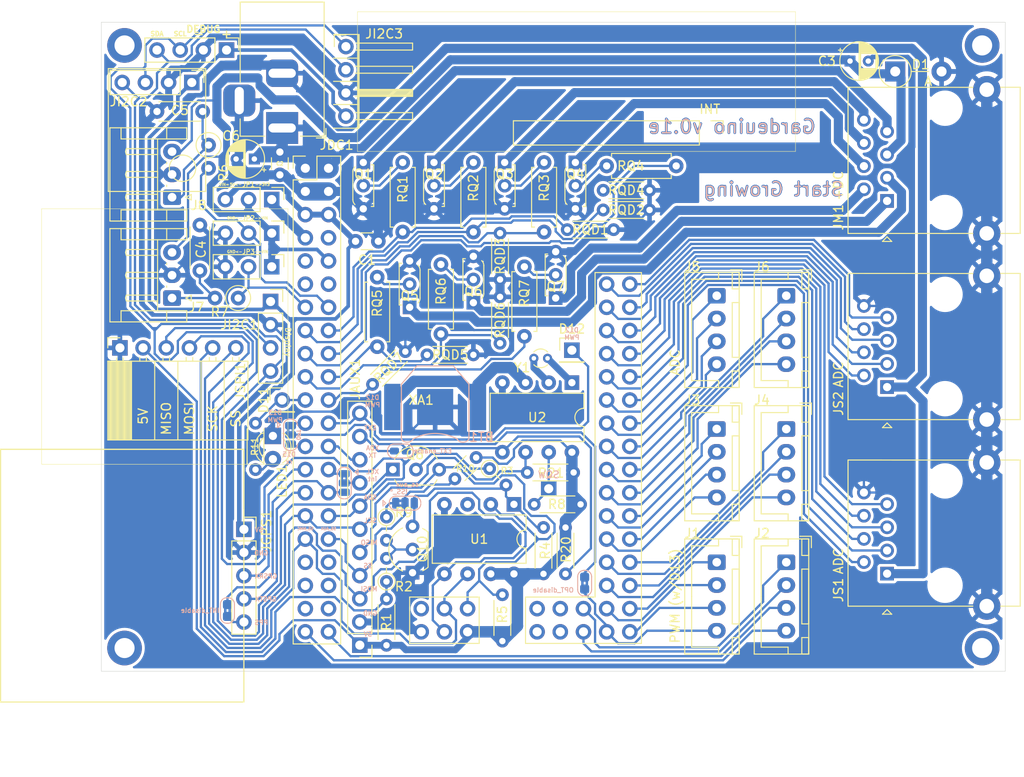
<source format=kicad_pcb>
(kicad_pcb (version 20211014) (generator pcbnew)
  (layers (0 "F.Cu" signal) (31 "B.Cu" signal) (34 "B.Paste" user) (35 "F.Paste" user) (36 "B.SilkS" user "B.Silkscreen") (37 "F.SilkS" user "F.Silkscreen") (38 "B.Mask" user) (39 "F.Mask" user) (44 "Edge.Cuts" user))
  (net 0 "")
  (net 13 "Net-(J4-Pad4)")
  (net 14 "Net-(J3-Pad2)")
  (net 15 "Net-(J2-Pad2)")
  (net 16 "Net-(J4-Pad1)")
  (net 17 "Net-(J1-Pad2)")
  (net 18 "Net-(J1-Pad1)")
  (net 19 "Net-(J3-Pad4)")
  (net 20 "Net-(J4-Pad3)")
  (net 21 "Net-(J3-Pad3)")
  (net 22 "Net-(J2-Pad1)")
  (net 23 "Net-(J3-Pad1)")
  (net 24 "Net-(J4-Pad2)")
  (net 25 "Net-(J5-Pad1)")
  (net 26 "GND")
  (net 27 "Net-(Q1-Pad2)")
  (net 28 "Net-(Q2-Pad2)")
  (net 29 "Net-(Q3-Pad2)")
  (net 30 "Net-(Q4-Pad2)")
  (net 31 "/VIN")
  (net 32 "Net-(U2-Pad2)")
  (net 33 "Net-(U2-Pad1)")
  (net 34 "/5V2")
  (net 35 "Net-(BT1-Pad1)")
  (net 36 "Net-(Q6-Pad2)")
  (net 37 "Net-(Q7-Pad2)")
  (net 38 "Net-(J5-Pad4)")
  (net 39 "Net-(J5-Pad3)")
  (net 40 "Net-(J5-Pad2)")
  (net 41 "Net-(JP1-Pad1)")
  (net 42 "/5V3")
  (net 43 "/GND3")
  (net 44 "/SDA")
  (net 45 "/SCL")
  (net 46 "Net-(JM1-Pad3)")
  (net 47 "Net-(JM1-Pad4)")
  (net 48 "Net-(JM1-Pad7)")
  (net 49 "Net-(JM1-Pad2)")
  (net 50 "Net-(JM1-Pad8)")
  (net 51 "Net-(JM1-Pad6)")
  (net 52 "Net-(JS1-Pad3)")
  (net 53 "Net-(JS1-Pad5)")
  (net 54 "Net-(JS1-Pad4)")
  (net 55 "Net-(JS1-Pad7)")
  (net 56 "Net-(JS1-Pad2)")
  (net 57 "Net-(JS1-Pad6)")
  (net 58 "Net-(JS2-Pad3)")
  (net 59 "Net-(JS2-Pad5)")
  (net 60 "Net-(JS2-Pad4)")
  (net 61 "Net-(JS2-Pad7)")
  (net 62 "Net-(JS2-Pad2)")
  (net 63 "Net-(JS2-Pad6)")
  (net 64 "Net-(Q5-Pad2)")
  (net 65 "Net-(RQ1-Pad1)")
  (net 66 "Net-(RQ2-Pad1)")
  (net 67 "Net-(RQ3-Pad1)")
  (net 68 "Net-(RQ4-Pad1)")
  (net 69 "Net-(RQ5-Pad1)")
  (net 70 "Net-(RQ6-Pad1)")
  (net 71 "Net-(RQ7-Pad1)")
  (net 72 "Net-(J6-Pad4)")
  (net 73 "Net-(J6-Pad3)")
  (net 74 "Net-(J6-Pad2)")
  (net 75 "Net-(J6-Pad1)")
  (net 76 "/VIN1")
  (net 77 "Net-(JM1-Pad1)")
  (net 78 "/INT0")
  (net 79 "/INT1")
  (net 80 "/D30")
  (net 82 "/D31")
  (net 83 "/D51")
  (net 84 "/D12")
  (net 85 "Net-(C4-Pad1)")
  (net 86 "Net-(C5-Pad2)")
  (net 87 "/PIN47")
  (net 88 "Net-(J1-Pad3)")
  (net 89 "/MISDO")
  (net 90 "Net-(Q8-Pad2)")
  (net 91 "Net-(Q10-Pad2)")
  (net 92 "/D50")
  (net 93 "/SS_MMC")
  (net 94 "/GPSRX")
  (net 95 "/D16")
  (net 96 "/SQW")
  (net 97 "/SS_AUX")
  (net 98 "/XCL")
  (net 99 "/GPSTX")
  (net 100 "/D13")
  (net 101 "/TX")
  (net 102 "/RX")
  (net 103 "/OPT")
  (net 104 "/OPT_EXT")
  (net 105 "/D11")
  (net 106 "Net-(LED1-Pad2)")
  (net 107 "/SS_RAM")
  (net 108 "/INT")
  (net 109 "/SS_INV")
  (net 110 "/PPS")
  (net 111 "/D52")
  (footprint "Connector_JST:JST_XH_B4B-XH-A_1x04_P2.50mm_Vertical" (layer "F.Cu") (at 174.625 79.375 -90)
    (fp_text reference "J4")
    (fp_text value "Conn_01x04_Female" hide)
  )
  (footprint "Connector_JST:JST_XH_B4B-XH-A_1x04_P2.50mm_Vertical" (layer "F.Cu") (at 167.005 79.375 -90)
    (fp_text reference "J3")
    (fp_text value "Conn_01x04_Female" hide)
  )
  (footprint "Connector_JST:JST_XH_B4B-XH-A_1x04_P2.50mm_Vertical" (layer "F.Cu") (at 174.625 64.77 -90)
    (fp_text reference "J6")
    (fp_text value "Conn_01x04_Female" hide)
  )
  (footprint "Connector_JST:JST_XH_B4B-XH-A_1x04_P2.50mm_Vertical" (layer "F.Cu") (at 167.005 64.77 -90)
    (fp_text reference "J5")
    (fp_text value "Conn_01x04_Female" hide)
  )
  (footprint "Connector_JST:JST_XH_B4B-XH-A_1x04_P2.50mm_Vertical" (layer "F.Cu") (at 174.625 93.98 -90)
    (fp_text reference "J2")
    (fp_text value "Conn_01x04_Female" hide)
  )
  (footprint "Connector_JST:JST_XH_B4B-XH-A_1x04_P2.50mm_Vertical" (layer "F.Cu") (at 167.005 93.98 -90)
    (fp_text reference "J1")
    (fp_text value "Conn_01x04_Female" hide)
  )
  (footprint "Resistor_THT:R_Axial_DIN0204_L3.6mm_D1.6mm_P5.08mm_Horizontal" (layer "F.Cu") (at 148.0185 90.17 -90)
    (fp_text reference "R4")
    (fp_text value "4k7")
  )
  (footprint "Resistor_THT:R_Axial_DIN0204_L3.6mm_D1.6mm_P5.08mm_Horizontal" (layer "F.Cu") (at 151.3205 84.1375 180)
    (fp_text reference "R21")
    (fp_text value "4k7")
  )
  (footprint "Resistor_THT:R_Axial_DIN0204_L3.6mm_D1.6mm_P5.08mm_Horizontal" (layer "F.Cu") (at 150.4315 95.25 90)
    (fp_text reference "R20")
    (fp_text value "4k7")
  )
  (footprint "Package_DIP:DIP-8_W7.62mm" (layer "F.Cu") (at 144.78 87.63 -90)
    (fp_text reference "U1")
    (fp_text value "23LC512")
  )
  (footprint "Package_DIP:DIP-8_W7.62mm" (layer "F.Cu") (at 151.13 74.295 -90)
    (fp_text reference "U2")
    (fp_text value "DS1307+")
  )
  (footprint "Connector_RJ:RJ45_Ninigi_GE1" (layer "F.Cu") (at 185.672 54.379 90)
    (fp_text reference "JM1")
    (fp_text value "RJ45_Shielded")
  )
  (footprint "Resistor_THT:R_Axial_DIN0207_L6.3mm_D2.5mm_P7.62mm_Horizontal" (layer "F.Cu") (at 140.335 57.785 90)
    (fp_text reference "RQ2")
    (fp_text value "1k")
  )
  (footprint "Resistor_THT:R_Axial_DIN0207_L6.3mm_D2.5mm_P7.62mm_Horizontal" (layer "F.Cu") (at 136.779 68.961 90)
    (fp_text reference "RQ6")
    (fp_text value "1k")
  )
  (footprint "Package_TO_SOT_THT:TO-92L_Inline_Wide_Flat" (layer "F.Cu") (at 151.511 50.165 -90)
    (fp_text reference "Q4")
    (fp_text value "Q_NMOS_DGS")
  )
  (footprint "Package_TO_SOT_THT:TO-92L_Inline_Wide_Flat" (layer "F.Cu") (at 143.764 50.165 -90)
    (fp_text reference "Q3")
    (fp_text value "Q_NMOS_DGS")
  )
  (footprint "Resistor_THT:R_Axial_DIN0207_L6.3mm_D2.5mm_P7.62mm_Horizontal" (layer "F.Cu") (at 148.082 57.785 90)
    (fp_text reference "RQ3")
    (fp_text value "1k")
  )
  (footprint "Package_TO_SOT_THT:TO-92L_Inline_Wide_Flat" (layer "F.Cu") (at 149.352 65.024 90)
    (fp_text reference "Q7")
    (fp_text value "Q_NMOS_DGS")
  )
  (footprint "Crystal:Crystal_DS10_D1.0mm_L4.3mm_Vertical" (layer "F.Cu") (at 148.463 71.628 180)
    (fp_text reference "Y1")
    (fp_text value "Crystal_Small")
  )
  (footprint "Package_TO_SOT_THT:TO-92L_Inline_Wide_Flat" (layer "F.Cu") (at 133.35 66.04 90)
    (fp_text reference "Q5")
    (fp_text value "Q_NMOS_DGS")
  )
  (footprint "Connector_PinHeader_2.54mm:PinHeader_1x03_P2.54mm_Vertical" (layer "F.Cu") (at 118.237 54.229 -90)
    (fp_text reference "JP1")
    (fp_text value "Jumper_NC_Dual" hide)
  )
  (footprint "Resistor_THT:R_Axial_DIN0207_L6.3mm_D2.5mm_P7.62mm_Horizontal" (layer "F.Cu") (at 129.794 70.358 90)
    (fp_text reference "RQ5")
    (fp_text value "1k")
  )
  (footprint "Connector_BarrelJack:BarrelJack_Horizontal" (layer "F.Cu") (at 119.38 46.386 -90)
    (fp_text reference "JDC1")
    (fp_text value "Jack-DC")
  )
  (footprint "Package_TO_SOT_THT:TO-92L_Inline_Wide_Flat" (layer "F.Cu") (at 140.335 65.532 90)
    (fp_text reference "Q6")
    (fp_text value "Q_NMOS_DGS")
  )
  (footprint "Resistor_THT:R_Axial_DIN0207_L6.3mm_D2.5mm_P7.62mm_Horizontal" (layer "F.Cu") (at 132.588 57.785 90)
    (fp_text reference "RQ1")
    (fp_text value "1k")
  )
  (footprint "Connector_PinHeader_2.54mm:PinHeader_1x04_P2.54mm_Horizontal" (layer "F.Cu") (at 126.365 37.465)
    (fp_text reference "JI2C3")
    (fp_text value "Key")
  )
  (footprint "Capacitor_THT:C_Disc_D3.0mm_W1.6mm_P2.50mm" (layer "F.Cu") (at 129.921 58.801 180)
    (fp_text reference "C1")
    (fp_text value "C_Small")
  )
  (footprint "Connector_RJ:RJ45_Ninigi_GE1" (layer "F.Cu") (at 185.672 95.227 90)
    (fp_text reference "JS1")
    (fp_text value "RJ45_Shielded")
  )
  (footprint "Connector_RJ:RJ45_Ninigi_GE1" (layer "F.Cu") (at 185.672 74.78 90)
    (fp_text reference "JS2")
    (fp_text value "RJ45_Shielded")
  )
  (footprint "Connector_JST:JST_EH_S3B-EH_1x03_P2.50mm_Horizontal" (layer "F.Cu") (at 107.315 53.975 90)
    (fp_text reference "J8")
    (fp_text value "Conn_01x03_Male" hide)
  )
  (footprint "Connector_JST:JST_EH_S3B-EH_1x03_P2.50mm_Horizontal" (layer "F.Cu") (at 107.315 65.024 90)
    (fp_text reference "J7")
    (fp_text value "Conn_01x03_Male" hide)
  )
  (footprint "MountingHole:MountingHole_2.2mm_M2_ISO14580_Pad_TopBottom" (layer "F.Cu") (at 196.088 103.378)
    (fp_text reference "H2" hide)
    (fp_text value "MountingHole" hide)
  )
  (footprint "MountingHole:MountingHole_2.2mm_M2_ISO14580_Pad_TopBottom" (layer "F.Cu") (at 102.108 37.338)
    (fp_text reference "H3" hide)
    (fp_text value "MountingHole" hide)
  )
  (footprint "MountingHole:MountingHole_2.2mm_M2_ISO14580_Pad_TopBottom" (layer "F.Cu") (at 196.088 37.338)
    (fp_text reference "H4" hide)
    (fp_text value "MountingHole" hide)
  )
  (footprint "MountingHole:MountingHole_2.2mm_M2_ISO14580_Pad_TopBottom" (layer "F.Cu") (at 102.108 103.378)
    (fp_text reference "H1" hide)
    (fp_text value "MountingHole" hide)
  )
  (footprint "Connector_PinHeader_2.54mm:PinHeader_1x03_P2.54mm_Vertical" (layer "F.Cu") (at 118.237 57.912 -90)
    (fp_text reference "JP2")
    (fp_text value "Jumper_NC_Dual" hide)
  )
  (footprint "Resistor_THT:R_Axial_DIN0207_L6.3mm_D2.5mm_P2.54mm_Vertical" (layer "F.Cu") (at 114.554 65.024 180)
    (fp_text reference "R7")
    (fp_text value "150R")
  )
  (footprint "Resistor_THT:R_Axial_DIN0207_L6.3mm_D2.5mm_P2.54mm_Vertical" (layer "F.Cu") (at 111.3155 48.26 -90)
    (fp_text reference "R6")
    (fp_text value "150R")
  )
  (footprint "Connector_PinHeader_2.54mm:PinHeader_1x03_P2.54mm_Vertical" (layer "F.Cu") (at 118.237 61.595 -90)
    (fp_text reference "JP3")
    (fp_text value "Jumper_NC_Dual" hide)
  )
  (footprint "Connector_PinSocket_2.54mm:PinSocket_1x04_P2.54mm_Vertical" (layer "F.Cu") (at 101.854 41.402 90)
    (fp_text reference "JI2C2")
    (fp_text value "THP")
  )
  (footprint "Capacitor_THT:CP_Radial_D4.0mm_P2.00mm" (layer "F.Cu") (at 181.61 39.0525)
    (fp_text reference "C3")
    (fp_text value "C_Small")
  )
  (footprint "Connector_PinSocket_2.54mm:PinSocket_1x04_P2.54mm_Vertical" (layer "F.Cu") (at 118.11 65.405)
    (fp_text reference "JI2C1")
    (fp_text value "Display")
  )
  (footprint "Connector_PinHeader_2.54mm:PinHeader_1x01_P2.54mm_Vertical" (layer "F.Cu") (at 151.13 70.739)
    (fp_text reference "D12")
    (fp_text value "Conn_01x01_Male" hide)
  )
  (footprint "Capacitor_THT:C_Disc_D4.3mm_W1.9mm_P5.00mm" (layer "F.Cu") (at 105.664 44.577)
    (fp_text reference "C5")
    (fp_text value "C_Small" hide)
  )
  (footprint "Capacitor_THT:C_Disc_D4.3mm_W1.9mm_P5.00mm" (layer "F.Cu") (at 110.363 62.023 90)
    (fp_text reference "C4")
    (fp_text value "C_Small" hide)
  )
  (footprint "Capacitor_THT:CP_Radial_D4.0mm_P2.00mm" (layer "F.Cu") (at 116.332 49.784 180)
    (fp_text reference "C6")
    (fp_text value "C_Small" hide)
  )
  (footprint "Capacitor_THT:C_Disc_D3.0mm_W1.6mm_P2.50mm" (layer "F.Cu") (at 119.126 51.522 90)
    (fp_text reference "C2")
    (fp_text value "C_Small" hide)
  )
  (footprint "Connector_PinSocket_2.54mm:PinSocket_1x06_P2.54mm_Horizontal_SDREADER_KEEPOUT" (layer "F.Cu") (at 101.6 70.485 90)
    (fp_text reference "JSPI1")
    (fp_text value "Conn_01x06_Female" hide)
  )
  (footprint "Resistor_THT:R_Axial_DIN0204_L3.6mm_D1.6mm_P2.54mm_Vertical" (layer "F.Cu") (at 130.81 96.089 90)
    (fp_text reference "R2")
    (fp_text value "4k7")
  )
  (footprint "Resistor_THT:R_Axial_DIN0204_L3.6mm_D1.6mm_P5.08mm_Horizontal" (layer "F.Cu") (at 154.559 55.372)
    (fp_text reference "RQD2")
    (fp_text value "10k")
  )
  (footprint "Resistor_THT:R_Axial_DIN0204_L3.6mm_D1.6mm_P5.08mm_Horizontal" (layer "F.Cu") (at 143.256 57.912 -90)
    (fp_text reference "RQD3")
    (fp_text value "10k")
  )
  (footprint "Resistor_THT:R_Axial_DIN0204_L3.6mm_D1.6mm_P5.08mm_Horizontal" (layer "F.Cu") (at 150.622 57.531)
    (fp_text reference "RQD1")
    (fp_text value "10k")
  )
  (footprint "Resistor_THT:R_Axial_DIN0204_L3.6mm_D1.6mm_P5.08mm_Horizontal" (layer "F.Cu") (at 129.286 74.4855 45)
    (fp_text reference "RQD7")
    (fp_text value "10k")
  )
  (footprint "Package_TO_SOT_THT:TO-92L_Inline_Wide_Flat" (layer "F.Cu") (at 136.017 50.165 -90)
    (fp_text reference "Q2")
    (fp_text value "Q_NMOS_DGS")
  )
  (footprint "Package_TO_SOT_THT:TO-92L_Inline_Wide_Flat" (layer "F.Cu") (at 128.27 50.165 -90)
    (fp_text reference "Q1")
    (fp_text value "Q_NMOS_DGS")
  )
  (footprint "Resistor_THT:R_Axial_DIN0207_L6.3mm_D2.5mm_P7.62mm_Horizontal" (layer "F.Cu") (at 162.56 50.546 180)
    (fp_text reference "RQ4")
    (fp_text value "1k")
  )
  (footprint "Resistor_THT:R_Axial_DIN0207_L6.3mm_D2.5mm_P7.62mm_Horizontal" (layer "F.Cu") (at 145.923 69.215 90)
    (fp_text reference "RQ7")
    (fp_text value "1K")
  )
  (footprint "Resistor_THT:R_Axial_DIN0204_L3.6mm_D1.6mm_P5.08mm_Horizontal" (layer "F.Cu") (at 154.559 53.213)
    (fp_text reference "RQD4")
    (fp_text value "10k")
  )
  (footprint "Resistor_THT:R_Axial_DIN0204_L3.6mm_D1.6mm_P5.08mm_Horizontal" (layer "F.Cu") (at 135.255 71.247)
    (fp_text reference "RQD5")
    (fp_text value "10k")
  )
  (footprint "Resistor_THT:R_Axial_DIN0204_L3.6mm_D1.6mm_P5.08mm_Horizontal" (layer "F.Cu") (at 143.256 69.977 90)
    (fp_text reference "RQD6")
    (fp_text value "10k")
  )
  (footprint "Socket:Arduino_2560_Mega_Embad" (layer "F.Cu") (at 139.7 71.12)
    (fp_text reference "XA1")
    (fp_text value "Arduino_Mega2560_Shield")
  )
  (footprint "Resistor_THT:R_Axial_DIN0204_L3.6mm_D1.6mm_P5.08mm_Horizontal" (layer "F.Cu") (at 143.51 97.536 -90)
    (fp_text reference "R5")
    (fp_text value "10k")
  )
  (footprint "Connector_PinSocket_2.54mm:PinSocket_1x04_P2.54mm_Vertical" (layer "F.Cu") (at 105.664 37.846 90)
    (fp_text reference "JI2C0" hide)
    (fp_text value "DEBUG")
  )
  (footprint "Resistor_THT:R_Axial_DIN0204_L3.6mm_D1.6mm_P2.54mm_Vertical" (layer "F.Cu") (at 142.113 83.71933 -45)
    (fp_text reference "R3")
    (fp_text value "4k7")
  )
  (footprint "Package_TO_SOT_THT:TO-92L_Inline_Wide" (layer "F.Cu") (at 133.6675 95.123 90)
    (fp_text reference "Q10")
    (fp_text value "Q_NMOS_DGS")
  )
  (footprint "Resistor_THT:R_Axial_DIN0204_L3.6mm_D1.6mm_P5.08mm_Horizontal" (layer "F.Cu") (at 147.0025 87.63)
    (fp_text reference "R8")
    (fp_text value "4k7")
  )
  (footprint "Connector_PinHeader_2.54mm:PinHeader_1x01_P2.54mm_Vertical" (layer "F.Cu") (at 148.59 85.9155)
    (fp_text reference "JSQW1" hide)
    (fp_text value "Conn_01x01_Male")
  )
  (footprint "Resistor_THT:R_Axial_DIN0204_L3.6mm_D1.6mm_P5.08mm_Horizontal" (layer "F.Cu") (at 130.81 103.0732 90)
    (fp_text reference "R1")
    (fp_text value "4k7")
  )
  (footprint "Diode_THT:D_DO-41_SOD81_P5.08mm_Vertical_AnodeUp" (layer "F.Cu") (at 186.563 40.1955)
    (fp_text reference "D1")
    (fp_text value "1N47xxA")
  )
  (footprint "Package_TO_SOT_THT:TO-92L_Inline_Wide" (layer "F.Cu") (at 131.5085 83.82)
    (fp_text reference "Q8")
    (fp_text value "2N3904")
  )
  (footprint "Connector_PinHeader_2.54mm:PinHeader_1x11_P2.54mm_Vertical" (layer "F.Cu") (at 127.889 103.0605 180)
    (fp_text reference "JAUX1")
    (fp_text value "GPS")
  )
  (footprint "Connector_PinSocket_2.54mm:PinSocket_1x05_P2.54mm_Vertical" (layer "F.Cu") (at 115.1885 90.3685)
    (fp_text reference "JGPS1")
    (fp_text value "GPS")
  )
  (footprint "Connector_PinHeader_2.54mm:PinHeader_1x01_P2.54mm_Vertical" (layer "F.Cu") (at 119.38 76.2)
    (fp_text reference "D11")
    (fp_text value "Conn_01x01_Male")
  )
  (footprint "Resistor_THT:R_Axial_DIN0204_L3.6mm_D1.6mm_P5.08mm_Horizontal" (layer "F.Cu") (at 140.997077 82.141923 -135)
    (fp_text reference "R10")
    (fp_text value "4k7")
  )
  (footprint "LED_THT:LED_D3.0mm" (layer "F.Cu") (at 118.364 80.132 -90)
    (fp_text reference "LED1")
    (fp_text value "LED")
  )
  (footprint "Resistor_THT:R_Axial_DIN0204_L3.6mm_D1.6mm_P2.54mm_Vertical" (layer "F.Cu") (at 130.81 89.027 -90)
    (fp_text reference "R9")
    (fp_text value "4k7")
  )
  (footprint "Resistor_THT:R_Axial_DIN0204_L3.6mm_D1.6mm_P5.08mm_Horizontal" (layer "F.Cu") (at 116.459 78.74 -90)
    (fp_text reference "R11")
    (fp_text value "R")
  )
  (footprint "Battery:BatteryHolder_Keystone_2998_1x6.8mm" (layer "B.Cu") (at 136.144 76.962)
    (fp_text reference "BT1")
    (fp_text value "Battery_Cell")
  )
  (footprint "Jumper:SolderJumper-2_P1.3mm_Bridged2Bar_RoundedPad1.0x1.5mm" (layer "B.Cu") (at 152.527 96.266 90)
    (fp_text reference "P2" hide)
    (fp_text value "SolderJumper_2_Bridged" hide)
  )
  (footprint "Jumper:SolderJumper-2_P1.3mm_Open_RoundedPad1.0x1.5mm" (layer "B.Cu") (at 132.334 81.788)
    (fp_text reference "P1" hide)
    (fp_text value "SolderJumper_2_Open" hide)
  )
  (footprint "Library:SolderJumper-3_P1.3mm_Bridged2Bar12_RoundedPad1.0x1.5mm_narrow" (layer "B.Cu") (at 120.298 80.01 -90)
    (fp_text reference "JP6" hide)
    (fp_text value "SolderJumper_3_Bridged12" hide)
  )
  (footprint "Library:SolderJumper-3_P1.3mm_Bridged2Bar12_RoundedPad1.0x1.5mm_narrow" (layer "B.Cu") (at 132.842 87.503)
    (fp_text reference "JP4" hide)
    (fp_text value "SolderJumper_3_Bridged12" hide)
  )
  (footprint "Library:SolderJumper-2_P1.3mm_Bridged2Bar_RoundedPad1.0x1.5mm_narrow" (layer "B.Cu") (at 113.3856 99.2632 -90)
    (fp_text reference "P3" hide)
    (fp_text value "SolderJumper_2_Bridged" hide)
  )
  (footprint "Jumper:SolderJumper-3_P1.3mm_Bridged2Bar12_RoundedPad1.0x1.5mm" (layer "B.Cu") (at 126.1872 85.2932 -90)
    (fp_text reference "JP5" hide)
    (fp_text value "SolderJumper_3_Bridged12" hide)
  )
  (gr_line (start 198.628 34.798) (end 198.628 105.918) (layer "Edge.Cuts") (width 0.05))
  (gr_line (start 198.628 105.918) (end 99.568 105.918) (layer "Edge.Cuts") (width 0.05))
  (gr_line (start 99.568 34.798) (end 198.628 34.798) (layer "Edge.Cuts") (width 0.05))
  (gr_line (start 99.568 105.918) (end 99.568 34.798) (layer "Edge.Cuts") (width 0.05))
  (gr_text "Gardeuino v0.1e" (at 168.656 46.228) (layer "B.Cu") (effects (font (size 1.5 1.5) (thickness 0.3)) (justify mirror)))
  (gr_text "Start Growing" (at 173.228 53.086) (layer "B.Cu") (effects (font (size 1.5 1.5) (thickness 0.3)) (justify mirror)))
  (gr_text "ss_aux\n     !SS_*" (at 133.096 85.852) (layer "B.SilkS") (effects (font (size 0.5 0.5) (thickness 0.1)) (justify mirror)))
  (gr_text "Gardeuino v0.1e" (at 168.656 46.228) (layer "B.SilkS") (effects (font (size 1.5 1.5)) (justify mirror)))
  (gr_text "GPSTX" (at 117.602 98.021688) (layer "B.SilkS") (effects (font (size 0.5 0.5) (thickness 0.1)) (justify mirror)))
  (gr_text "D15\nrx" (at 120.142 82.55) (layer "B.SilkS") (effects (font (size 0.5 0.5) (thickness 0.1)) (justify mirror)))
  (gr_text "D12\nPWM" (at 129.286 76.327) (layer "B.SilkS") (effects (font (size 0.5 0.5) (thickness 0.1)) (justify mirror)))
  (gr_text "5V" (at 116.84 90.424) (layer "B.SilkS") (effects (font (size 0.5 0.5) (thickness 0.1)) (justify mirror)))
  (gr_text "SS_AUX" (at 124.46 90.297) (layer "B.SilkS") (effects (font (size 0.3 0.3) (thickness 0.075)) (justify mirror)))
  (gr_text "D13\nPWM" (at 118.618 77.978) (layer "B.SilkS") (effects (font (size 0.5 0.5) (thickness 0.1)) (justify mirror)))
  (gr_text "INT_disable" (at 110.3884 99.2632) (layer "B.SilkS") (effects (font (size 0.5 0.5) (thickness 0.1)) (justify mirror)))
  (gr_text "XCL\nint" (at 129.286 84.455) (layer "B.SilkS") (effects (font (size 0.5 0.5) (thickness 0.1)) (justify mirror)))
  (gr_text "Start Growing" (at 173.228 53.086) (layer "B.SilkS") (effects (font (size 1.5 1.5)) (justify mirror)))
  (gr_text "OPT" (at 121.158 80.016512 270) (layer "B.SilkS") (effects (font (size 0.4 0.4) (thickness 0.1)) (justify mirror)))
  (gr_text "SQW" (at 148.59 84.3788) (layer "B.SilkS") (effects (font (size 0.75 0.75) (thickness 0.12)) (justify mirror)))
  (gr_text "MISO" (at 128.905 91.821) (layer "B.SilkS") (effects (font (size 0.5 0.5) (thickness 0.1)) (justify mirror)))
  (gr_text "PPS" (at 117.094 100.584) (layer "B.SilkS") (effects (font (size 0.5 0.5) (thickness 0.1)) (justify mirror)))
  (gr_text "XDA\nTX" (at 129.286 81.8642) (layer "B.SilkS") (effects (font (size 0.5 0.5) (thickness 0.1)) (justify mirror)))
  (gr_text "5V" (at 128.778 101.854) (layer "B.SilkS") (effects (font (size 0.5 0.5) (thickness 0.1)) (justify mirror)))
  (gr_text "GND" (at 129.032 99.568) (layer "B.SilkS") (effects (font (size 0.5 0.5) (thickness 0.1)) (justify mirror)))
  (gr_text "D12\nPWM" (at 151.13 68.9356) (layer "B.SilkS") (effects (font (size 0.5 0.5) (thickness 0.1)) (justify mirror)))
  (gr_text "SS_MMC\n" (at 121.92 90.297) (layer "B.SilkS") (effects (font (size 0.3 0.3) (thickness 0.075)) (justify mirror)))
  (gr_text "MOSI" (at 128.905 96.901) (layer "B.SilkS") (effects (font (size 0.5 0.5) (thickness 0.1)) (justify mirror)))
  (gr_text "EXT_enable" (at 135.89 81.788) (layer "B.SilkS") (effects (font (size 0.5 0.5) (thickness 0.1)) (justify mirror)))
  (gr_text "SDA" (at 129.032 86.868) (layer "B.SilkS") (effects (font (size 0.5 0.5) (thickness 0.1)) (justify mirror)))
  (gr_text "EXT" (at 129.032 79.248) (layer "B.SilkS") (effects (font (size 0.5 0.5) (thickness 0.1)) (justify mirror)))
  (gr_text "GND" (at 117.094 92.964) (layer "B.SilkS") (effects (font (size 0.5 0.5) (thickness 0.1)) (justify mirror)))
  (gr_text "GPSRX" (at 117.602 95.504) (layer "B.SilkS") (effects (font (size 0.5 0.5) (thickness 0.1)) (justify mirror)))
  (gr_text "SS" (at 128.778 94.361) (layer "B.SilkS") (effects (font (size 0.5 0.5) (thickness 0.1)) (justify mirror)))
  (gr_text "SCL" (at 129.032 89.408) (layer "B.SilkS") (effects (font (size 0.5 0.5) (thickness 0.1)) (justify mirror)))
  (gr_text "OPT_disable" (at 151.384 97.028) (layer "B.SilkS") (effects (font (size 0.5 0.5) (thickness 0.1)) (justify left mirror)))
  (gr_text "5V<-" (at 114.3 52.578) (layer "F.SilkS") (effects (font (size 0.3 0.3) (thickness 0.075))))
  (gr_text "SS" (at 114.3 78.232 90) (layer "F.SilkS") (effects (font (size 1 1))))
  (gr_text "MOSI" (at 109.22 78.232 90) (layer "F.SilkS") (effects (font (size 1 1))))
  (gr_text "MISO" (at 106.68 78.232 90) (layer "F.SilkS") (effects (font (size 1 1))))
  (gr_text "VIN=" (at 113.03 52.578) (layer "F.SilkS") (effects (font (size 0.3 0.3) (thickness 0.075))))
  (gr_text "ADC" (at 162.433 72.076 90) (layer "F.SilkS") (effects (font (size 1 1))))
  (gr_text "PWM (w/D13)" (at 162.433 97.663 90) (layer "F.SilkS") (effects (font (size 1 1))))
  (gr_text "SDA" (at 105.664 36.068) (layer "F.SilkS") (effects (font (size 0.5 0.5) (thickness 0.125))))
  (gr_text "SCK" (at 111.76 78.232 90) (layer "F.SilkS") (effects (font (size 1 1))))
  (gr_text "+DC" (at 180.34 52.705 90) (layer "F.SilkS") (effects (font (size 1 1))))
  (gr_text "->3V3" (at 117.221 52.578) (layer "F.SilkS") (effects (font (size 0.3 0.3) (thickness 0.075))))
  (gr_text "GND<-" (at 114.173 59.944) (layer "F.SilkS") (effects (font (size 0.3 0.3) (thickness 0.075))))
  (gr_text "->VIN" (at 117.094 59.944) (layer "F.SilkS") (effects (font (size 0.3 0.3) (thickness 0.075))))
  (gr_text "-" (at 110.236 36.068) (layer "F.SilkS") (effects (font (size 1 1))))
  (gr_text "+" (at 113.284 36.068) (layer "F.SilkS") (effects (font (size 1 1))))
  (gr_text "ADC" (at 180.34 73.406 90) (layer "F.SilkS") (effects (font (size 1 1))))
  (gr_text "->VIN" (at 117.094 56.261) (layer "F.SilkS") (effects (font (size 0.3 0.3) (thickness 0.075))))
  (gr_text "ADC" (at 180.34 93.853 90) (layer "F.SilkS") (effects (font (size 1 1))))
  (gr_text "GND<-" (at 114.173 56.261) (layer "F.SilkS") (effects (font (size 0.3 0.3) (thickness 0.075))))
  (gr_text "5V" (at 104.14 77.978 90) (layer "F.SilkS") (effects (font (size 1 1))))
  (gr_text "SCL" (at 108.204 36.068) (layer "F.SilkS") (effects (font (size 0.5 0.5) (thickness 0.125))))
  (segment locked (start 160.02 97.79) (end 156.21 97.79) (width 0.25) (layer "B.Cu") (net 13))
  (segment locked (start 170.942 86.868) (end 160.02 97.79) (width 0.25) (layer "B.Cu") (net 13))
  (segment locked (start 156.21 97.79) (end 154.94 96.52) (width 0.25) (layer "B.Cu") (net 13))
  (segment locked (start 174.633412 86.868) (end 170.942 86.868) (width 0.25) (layer "B.Cu") (net 13))
  (segment locked (start 156.21 90.17) (end 154.94 88.9) (width 0.25) (layer "B.Cu") (net 14))
  (segment locked (start 158.75 90.17) (end 156.21 90.17) (width 0.25) (layer "B.Cu") (net 14))
  (segment locked (start 167.005 81.915) (end 158.75 90.17) (width 0.25) (layer "B.Cu") (net 14))
  (segment locked (start 167.005 81.875) (end 167.005 81.915) (width 0.25) (layer "B.Cu") (net 14))
  (segment locked (start 153.277977 103.747977) (end 152.4 102.87) (width 0.25) (layer "B.Cu") (net 15))
  (segment locked (start 152.4 102.87) (end 152.4 101.6) (width 0.25) (layer "B.Cu") (net 15))
  (segment locked (start 174.625 96.48) (end 167.357023 103.747977) (width 0.25) (layer "B.Cu") (net 15))
  (segment locked (start 167.357023 103.747977) (end 153.277977 103.747977) (width 0.25) (layer "B.Cu") (net 15))
  (segment locked (start 161.917947 93.98) (end 172.085 83.812947) (width 0.25) (layer "B.Cu") (net 16))
  (segment locked (start 172.085 81.915) (end 172.085 83.812947) (width 0.25) (layer "B.Cu") (net 16))
  (segment locked (start 174.625 79.375) (end 172.085 81.915) (width 0.25) (layer "B.Cu") (net 16))
  (segment locked (start 157.48 93.98) (end 161.917947 93.98) (width 0.25) (layer "B.Cu") (net 16))
  (segment locked (start 154.94 99.06) (end 156.21 100.33) (width 0.25) (layer "B.Cu") (net 17))
  (segment locked (start 156.21 100.33) (end 158.751435 100.33) (width 0.25) (layer "B.Cu") (net 17))
  (segment locked (start 162.601436 96.48) (end 167.005 96.48) (width 0.25) (layer "B.Cu") (net 17))
  (segment locked (start 158.751435 100.33) (end 162.601436 96.48) (width 0.25) (layer "B.Cu") (net 17))
  (segment locked (start 157.48 99.06) (end 159.385718 99.06) (width 0.25) (layer "B.Cu") (net 18))
  (segment locked (start 159.385718 99.06) (end 164.465718 93.98) (width 0.25) (layer "B.Cu") (net 18))
  (segment locked (start 164.465718 93.98) (end 167.005 93.98) (width 0.25) (layer "B.Cu") (net 18))
  (segment locked (start 164.585 86.875) (end 167.005 86.875) (width 0.25) (layer "B.Cu") (net 19))
  (segment locked (start 156.21 92.71) (end 158.75 92.71) (width 0.25) (layer "B.Cu") (net 19))
  (segment locked (start 158.75 92.71) (end 164.585 86.875) (width 0.25) (layer "B.Cu") (net 19))
  (segment locked (start 154.94 91.44) (end 156.21 92.71) (width 0.25) (layer "B.Cu") (net 19))
  (segment locked (start 160.654282 96.52) (end 172.799282 84.375) (width 0.25) (layer "B.Cu") (net 20))
  (segment locked (start 172.799282 84.375) (end 174.674822 84.375) (width 0.25) (layer "B.Cu") (net 20))
  (segment locked (start 157.48 96.52) (end 160.654282 96.52) (width 0.25) (layer "B.Cu") (net 20))
  (segment locked (start 158.75 91.44) (end 157.48 91.44) (width 0.25) (layer "B.Cu") (net 21))
  (segment locked (start 167.005 84.375) (end 165.815 84.375) (width 0.25) (layer "B.Cu") (net 21))
  (segment locked (start 165.815 84.375) (end 158.75 91.44) (width 0.25) (layer "B.Cu") (net 21))
  (segment locked (start 172.085 98.298) (end 172.085 96.52) (width 0.25) (layer "B.Cu") (net 22))
  (segment locked (start 174.625 93.98) (end 172.085 96.52) (width 0.25) (layer "B.Cu") (net 22))
  (segment locked (start 167.085033 103.297967) (end 172.085 98.298) (width 0.25) (layer "B.Cu") (net 22))
  (segment (start 153.67 100.33) (end 153.67 102.8192) (width 0.25) (layer "B.Cu") (net 22))
  (segment (start 153.67 102.8192) (end 154.148767 103.297967) (width 0.25) (layer "B.Cu") (net 22))
  (segment (start 154.148767 103.297967) (end 167.085033 103.297967) (width 0.25) (layer "B.Cu") (net 22))
  (segment locked (start 153.67 100.33) (end 152.4 99.06) (width 0.25) (layer "B.Cu") (net 22))
  (segment locked (start 158.75 88.9) (end 165.354 82.296) (width 0.25) (layer "B.Cu") (net 23))
  (segment locked (start 165.354 81.026) (end 167.005 79.375) (width 0.25) (layer "B.Cu") (net 23))
  (segment locked (start 157.48 88.9) (end 158.75 88.9) (width 0.25) (layer "B.Cu") (net 23))
  (segment locked (start 165.354 82.296) (end 165.354 81.026) (width 0.25) (layer "B.Cu") (net 23))
  (segment locked (start 161.284357 95.25) (end 174.625 81.909357) (width 0.25) (layer "B.Cu") (net 24))
  (segment locked (start 154.94 93.98) (end 156.21 95.25) (width 0.25) (layer "B.Cu") (net 24))
  (segment locked (start 161.284357 95.25) (end 156.21 95.25) (width 0.25) (layer "B.Cu") (net 24))
  (segment locked (start 164.338 73.152) (end 164.338 67.437) (width 0.25) (layer "B.Cu") (net 25))
  (segment locked (start 158.75 78.74) (end 164.338 73.152) (width 0.25) (layer "B.Cu") (net 25))
  (segment locked (start 164.338 67.437) (end 167.005 64.77) (width 0.25) (layer "B.Cu") (net 25))
  (segment locked (start 157.48 78.74) (end 158.75 78.74) (width 0.25) (layer "B.Cu") (net 25))
  (segment locked (start 118.491 39.497) (end 119.38 40.386) (width 1) (layer "B.Cu") (net 26))
  (segment locked (start 141.859 59.817) (end 149.225 59.817) (width 1) (layer "B.Cu") (net 26))
  (segment locked (start 186.28526 93.98) (end 184.833998 93.98) (width 0.25) (layer "B.Cu") (net 26))
  (segment locked (start 114.622002 36.449) (end 120.269 36.449) (width 0.75) (layer "B.Cu") (net 26))
  (segment locked (start 105.791 48.535509) (end 105.791 50.927) (width 0.5) (layer "B.Cu") (net 26))
  (segment locked (start 132.878102 67.854102) (end 132.878102 70.893398) (width 0.25) (layer "B.Cu") (net 26))
  (segment locked (start 186.436 50.546) (end 188.5315 48.4505) (width 0.5) (layer "B.Cu") (net 26))
  (segment locked (start 142.35 79.8) (end 142.35 77.91) (width 0.5) (layer "B.Cu") (net 26))
  (segment locked (start 101.6 70.485) (end 101.6 94.087477) (width 0.4) (layer "B.Cu") (net 26))
  (segment locked (start 140.335 60.452) (end 141.224 60.452) (width 1) (layer "B.Cu") (net 26))
  (segment locked (start 136.144 76.962) (end 133.278999 79.827001) (width 0.25) (layer "B.Cu") (net 26))
  (segment locked (start 186.413 86.337) (end 186.944 86.868) (width 0.25) (layer "B.Cu") (net 26))
  (segment locked (start 142.197999 79.952001) (end 142.35 79.8) (width 0.5) (layer "B.Cu") (net 26))
  (segment (start 134.621499 64.197001) (end 134.621499 62.231499) (width 0.25) (layer "B.Cu") (net 26))
  (segment locked (start 134.914564 59.563) (end 138.684 59.563) (width 1) (layer "B.Cu") (net 26))
  (segment locked (start 180.642998 105.283) (end 187.142998 98.783) (width 0.4) (layer "B.Cu") (net 26))
  (segment (start 140.392989 68.510989) (end 140.4112 68.5292) (width 0.25) (layer "B.Cu") (net 26))
  (segment locked (start 129.921 56.896) (end 129.921 58.801) (width 1) (layer "B.Cu") (net 26))
  (segment locked (start 188.5315 48.4505) (end 188.5315 39.217498) (width 0.5) (layer "B.Cu") (net 26))
  (segment locked (start 127.762 45.6946) (end 126.965622 46.490978) (width 0.5) (layer "B.Cu") (net 26))
  (segment locked (start 187.922002 38.608) (end 184.0545 38.608) (width 0.5) (layer "B.Cu") (net 26))
  (segment locked (start 114.332 50.244002) (end 115.609998 51.522) (width 1) (layer "B.Cu") (net 26))
  (segment locked (start 133.35 60.96) (end 133.517564 60.96) (width 1) (layer "B.Cu") (net 26))
  (segment locked (start 184.785 73.533) (end 183.132 75.186) (width 0.25) (layer "B.Cu") (net 26))
  (segment locked (start 184.833998 93.98) (end 184.404 94.409998) (width 0.25) (layer "B.Cu") (net 26))
  (segment locked (start 188.3156 52.4256) (end 186.436 50.546) (width 0.25) (layer "B.Cu") (net 26))
  (segment locked (start 117.983 74.295) (end 113.792 78.486) (width 0.25) (layer "B.Cu") (net 26))
  (segment locked (start 104.013 46.228) (end 104.013 65.659) (width 0.5) (layer "B.Cu") (net 26))
  (segment locked (start 109.845905 42.799001) (end 108.712 43.932906) (width 0.5) (layer "B.Cu") (net 26))
  (segment locked (start 186.944 65.9892) (end 186.944 73.00126) (width 0.25) (layer "B.Cu") (net 26))
  (segment locked (start 152.146 53.975) (end 154.305 51.816) (width 0.25) (layer "B.Cu") (net 26))
  (segment locked (start 186.41226 73.533) (end 184.785 73.533) (width 0.25) (layer "B.Cu") (net 26))
  (segment locked (start 133.517564 60.96) (end 134.914564 59.563) (width 1) (layer "B.Cu") (net 26))
  (segment (start 144.6784 68.834) (end 144.6784 70.7771) (width 0.25) (layer "B.Cu") (net 26))
  (segment locked (start 118.237 67.945) (end 119.888 69.596) (width 0.25) (layer "B.Cu") (net 26))
  (segment locked (start 111.125 42.164) (end 110.489999 42.799001) (width 0.5) (layer "B.Cu") (net 26))
  (segment locked (start 165.1 50.546) (end 162.433 53.213) (width 0.25) (layer "B.Cu") (net 26))
  (segment locked (start 182.512899 51.8414) (end 183.7436 51.8414) (width 0.5) (layer "B.Cu") (net 26))
  (segment locked (start 181.217499 50.546) (end 182.512899 51.8414) (width 0.5) (layer "B.Cu") (net 26))
  (segment locked (start 134.112 64.7065) (end 132.461 64.7065) (width 0.25) (layer "B.Cu") (net 26))
  (segment locked (start 132.0165 66.9925) (end 132.842 67.818) (width 0.25) (layer "B.Cu") (net 26))
  (segment locked (start 111.973999 36.420999) (end 114.594001 36.420999) (width 0.75) (layer "B.Cu") (net 26))
  (segment locked (start 183.132 86.337) (end 186.413 86.337) (width 0.25) (layer "B.Cu") (net 26))
  (segment locked (start 127.762 43.942) (end 127.762 45.6946) (width 0.5) (layer "B.Cu") (net 26))
  (segment locked (start 130.228999 79.762001) (end 130.228999 77.904999) (width 0.25) (layer "B.Cu") (net 26))
  (segment locked (start 119.888 73.152) (end 118.745 74.295) (width 0.25) (layer "B.Cu") (net 26))
  (segment locked (start 111.633 60.071) (end 111.633 59.436) (width 0.25) (layer "B.Cu") (net 26))
  (segment locked (start 186.944 86.868) (end 186.944 93.32126) (width 0.25) (layer "B.Cu") (net 26))
  (segment locked (start 136.144 76.962) (end 139.134001 79.952001) (width 0.5) (layer "B.Cu") (net 26))
  (segment locked (start 112.141 58.801) (end 113.157 57.785) (width 0.25) (layer "B.Cu") (net 26))
  (segment (start 117.094 67.1195) (end 116.848521 66.874021) (width 0.4) (layer "B.Cu") (net 26))
  (segment (start 115.25552 88.086498) (end 116.5225 89.353478) (width 0.25) (layer "B.Cu") (net 26))
  (segment locked (start 132.207 36.703) (end 189.611 36.703) (width 0.5) (layer "B.Cu") (net 26))
  (segment locked (start 111.125 41.275) (end 111.125 42.164) (width 0.5) (layer "B.Cu") (net 26))
  (segment locked (start 113.792 91.567) (end 115.1335 92.9085) (width 0.5) (layer "B.Cu") (net 26))
  (segment locked (start 106.934 41.275) (end 106.934 41.402) (width 0.75) (layer "B.Cu") (net 26))
  (segment locked (start 141.224 60.452) (end 141.859 59.817) (width 1) (layer "B.Cu") (net 26))
  (segment (start 144.6784 70.7771) (end 144.4625 70.993) (width 0.25) (layer "B.Cu") (net 26))
  (segment locked (start 133.278999 79.827001) (end 130.293999 79.827001) (width 0.25) (layer "B.Cu") (net 26))
  (segment locked (start 162.433 53.213) (end 159.639 53.213) (width 0.25) (layer "B.Cu") (net 26))
  (segment (start 118.364 80.132) (end 118.359 80.132) (width 0.25) (layer "B.Cu") (net 26))
  (segment locked (start 111.633 60.071) (end 109.768 60.071) (width 0.25) (layer "B.Cu") (net 26))
  (segment locked (start 194.6025 40.1955) (end 196.594 42.187) (width 0.5) (layer "B.Cu") (net 26))
  (segment locked (start 105.791 50.927) (end 106.339 51.475) (width 0.5) (layer "B.Cu") (net 26))
  (segment (start 118.359 80.132) (end 117.6655 79.4385) (width 0.25) (layer "B.Cu") (net 26))
  (segment locked (start 114.68 43.386) (end 114.68 49.436) (width 1) (layer "B.Cu") (net 26))
  (segment (start 105.164521 66.874021) (end 103.9495 65.659) (width 0.4) (layer "B.Cu") (net 26))
  (segment (start 144.3736 68.5292) (end 144.6784 68.834) (width 0.25) (layer "B.Cu") (net 26))
  (segment (start 120.5865 77.47) (end 119.634 77.47) (width 0.25) (layer "B.Cu") (net 26))
  (segment (start 119.634 77.47) (end 117.6655 79.4385) (width 0.25) (layer "B.Cu") (net 26))
  (segment locked (start 121.412 53.34) (end 119.594 51.522) (width 1.125) (layer "B.Cu") (net 26))
  (segment locked (start 188.3156 64.516) (end 188.3156 52.4256) (width 0.25) (layer "B.Cu") (net 26))
  (segment locked (start 113.248082 39.497) (end 112.903 39.497) (width 0.5) (layer "B.Cu") (net 26))
  (segment locked (start 112.141 58.801) (end 111.633 59.309) (width 0.25) (layer "B.Cu") (net 26))
  (segment locked (start 110.744 37.650998) (end 111.973999 36.420999) (width 0.75) (layer "B.Cu") (net 26))
  (segment locked (start 130.228999 77.904999) (end 128.5875 76.2635) (width 0.25) (layer "B.Cu") (net 26))
  (segment locked (start 108.712 43.932906) (end 108.712 45.614509) (width 0.5) (layer "B.Cu") (net 26))
  (segment locked (start 154.305 51.816) (end 155.575 51.816) (width 0.25) (layer "B.Cu") (net 26))
  (segment locked (start 107.315 51.475) (end 106.3225 51.475) (width 0.5) (layer "B.Cu") (net 26))
  (segment locked (start 110.744 37.846) (end 110.744 37.650998) (width 0.75) (layer "B.Cu") (net 26))
  (segment locked (start 196.594 42.187) (end 196.596 42.189) (width 1.25) (layer "B.Cu") (net 26))
  (segment locked (start 183.7436 51.8414) (end 185.039 50.546) (width 0.5) (layer "B.Cu") (net 26))
  (segment locked (start 132.0165 65.151) (end 132.0165 66.9925) (width 0.25) (layer "B.Cu") (net 26))
  (segment locked (start 186.944 93.32126) (end 186.28526 93.98) (width 0.25) (layer "B.Cu") (net 26))
  (segment locked (start 112.795523 105.283) (end 180.642998 105.283) (width 0.4) (layer "B.Cu") (net 26))
  (segment locked (start 122.951244 43.957244) (end 119.38 40.386) (width 0.5) (layer "B.Cu") (net 26))
  (segment locked (start 126.365 53.34) (end 128.27 55.245) (width 1) (layer "B.Cu") (net 26))
  (segment locked (start 110.744 37.846) (end 110.744 38.034967) (width 0.75) (layer "B.Cu") (net 26))
  (segment locked (start 165.1 50.546) (end 181.217499 50.546) (width 0.5) (layer "B.Cu") (net 26))
  (segment locked (start 128.27 55.245) (end 129.921 56.896) (width 1) (layer "B.Cu") (net 26))
  (segment locked (start 111.633 59.309) (end 111.633 60.071) (width 0.25) (layer "B.Cu") (net 26))
  (segment locked (start 183.132 75.186) (end 183.132 86.337) (width 0.25) (layer "B.Cu") (net 26))
  (segment locked (start 191.643 40.1955) (end 194.6025 40.1955) (width 0.5) (layer "B.Cu") (net 26))
  (segment locked (start 188.5315 39.217498) (end 187.922002 38.608) (width 0.5) (layer "B.Cu") (net 26))
  (segment locked (start 142.35 77.91) (end 143.51 76.75) (width 0.5) (layer "B.Cu") (net 26))
  (segment locked (start 143.256 64.897) (end 143.256 62.992) (width 1) (layer "B.Cu") (net 26))
  (segment locked (start 124.46 53.34) (end 126.365 53.34) (width 1) (layer "B.Cu") (net 26))
  (segment locked (start 185.039 50.546) (end 186.436 50.546) (width 0.5) (layer "B.Cu") (net 26))
  (segment locked (start 119.594 51.522) (end 119.126 51.522) (width 1.125) (layer "B.Cu") (net 26))
  (segment locked (start 138.684 59.563) (end 139.573 60.452) (width 1) (layer "B.Cu") (net 26))
  (segment locked (start 115.609998 51.522) (end 119.126 51.522) (width 1) (layer "B.Cu") (net 26))
  (segment locked (start 128.5875 76.2635) (end 127.1905 76.2635) (width 0.25) (layer "B.Cu") (net 26))
  (segment locked (start 113.792 78.486) (end 113.792 79.248) (width 0.25) (layer "B.Cu") (net 26))
  (segment locked (start 132.842 67.818) (end 139.7 67.818) (width 0.25) (layer "B.Cu") (net 26))
  (segment locked (start 114.68 49.436) (end 114.332 49.784) (width 1) (layer "B.Cu") (net 26))
  (segment locked (start 143.764 55.245) (end 136.017 55.245) (width 1) (layer "B.Cu") (net 26))
  (segment locked (start 132.461 64.7065) (end 132.0165 65.151) (width 0.25) (layer "B.Cu") (net 26))
  (segment locked (start 105.791 52.0065) (end 105.791 52.324) (width 0.5) (layer "B.Cu") (net 26))
  (segment locked (start 196.596 42.189) (end 196.596 98.781) (width 1.25) (layer "B.Cu") (net 26))
  (segment locked (start 106.3225 51.475) (end 105.791 52.0065) (width 0.5) (layer "B.Cu") (net 26))
  (segment locked (start 105.791 52.539) (end 105.791 61) (width 0.5) (layer "B.Cu") (net 26))
  (segment locked (start 149.225 59.817) (end 149.352 59.944) (width 1) (layer "B.Cu") (net 26))
  (segment locked (start 104.124989 46.116011) (end 104.013 46.228) (width 0.5) (layer "B.Cu") (net 26))
  (segment locked (start 155.575 51.816) (end 158.115 49.276) (width 0.25) (layer "B.Cu") (net 26))
  (segment locked (start 110.744 38.034967) (end 108.900967 39.878) (width 0.75) (layer "B.Cu") (net 26))
  (segment locked (start 184.404 94.409998) (end 184.404 96.044002) (width 0.25) (layer "B.Cu") (net 26))
  (segment locked (start 183.132 65.89) (end 186.8448 65.89) (width 0.25) (layer "B.Cu") (net 26))
  (segment locked (start 105.791 52.324) (end 105.791 52.539) (width 0.5) (layer "B.Cu") (net 26))
  (segment locked (start 110.489999 42.799001) (end 109.845905 42.799001) (width 0.5) (layer "B.Cu") (net 26))
  (segment locked (start 191.643 38.735) (end 191.643 40.1955) (width 0.5) (layer "B.Cu") (net 26))
  (segment locked (start 119.888 69.596) (end 119.888 73.152) (width 0.25) (layer "B.Cu") (net 26))
  (segment locked (start 151.359371 59.944) (end 149.352 59.944) (width 0.75) (layer "B.Cu") (net 26))
  (segment locked (start 159.639 55.372) (end 159.639 53.213) (width 0.25) (layer "B.Cu") (net 26))
  (segment locked (start 139.573 60.452) (end 140.335 60.452) (width 1) (layer "B.Cu") (net 26))
  (segment locked (start 196.596 98.781) (end 196.594 98.783) (width 1.25) (layer "B.Cu") (net 26))
  (segment locked (start 187.142998 98.783) (end 196.594 98.783) (width 0.4) (layer "B.Cu") (net 26))
  (segment locked (start 114.594001 36.420999) (end 114.622002 36.449) (width 0.75) (layer "B.Cu") (net 26))
  (segment (start 134.621499 62.231499) (end 133.35 60.96) (width 0.25) (layer "B.Cu") (net 26))
  (segment locked (start 124.46 53.34) (end 121.92 53.34) (width 2) (layer "B.Cu") (net 26))
  (segment locked (start 126.365 42.545) (end 127.762 43.942) (width 0.5) (layer "B.Cu") (net 26))
  (segment locked (start 105.791 52.539) (end 105.791 50.927) (width 0.5) (layer "B.Cu") (net 26))
  (segment locked (start 144.2085 71.247) (end 140.335 71.247) (width 0.25) (layer "B.Cu") (net 26))
  (segment locked (start 125.484978 46.490978) (end 122.951244 43.957244) (width 0.5) (layer "B.Cu") (net 26))
  (segment locked (start 151.511 55.245) (end 152.146 54.61) (width 0.25) (layer "B.Cu") (net 26))
  (segment locked (start 184.0545 38.608) (end 183.61 39.0525) (width 0.5) (layer "B.Cu") (net 26))
  (segment (start 116.5225 89.353478) (end 116.5225 91.567) (width 0.25) (layer "B.Cu") (net 26))
  (segment locked (start 186.8448 65.89) (end 186.944 65.9892) (width 0.25) (layer "B.Cu") (net 26))
  (segment (start 141.224 60.452) (end 142.0368 60.452) (width 1) (layer "B.Cu") (net 26))
  (segment locked (start 127.1905 76.2635) (end 125.984 77.47) (width 0.25) (layer "B.Cu") (net 26))
  (segment locked (start 113.157 61.595) (end 111.633 60.071) (width 0.25) (layer "B.Cu") (net 26))
  (segment locked (start 125.984 77.47) (end 120.5865 77.47) (width 0.25) (layer "B.Cu") (net 26))
  (segment locked (start 113.792 79.248) (end 113.792 91.567) (width 0.25) (layer "B.Cu") (net 26))
  (segment locked (start 109.768 60.071) (end 107.315 62.524) (width 0.25) (layer "B.Cu") (net 26))
  (segment (start 142.0368 60.452) (end 143.256 61.6712) (width 1) (layer "B.Cu") (net 26))
  (segment locked (start 112.903 39.497) (end 111.125 41.275) (width 0.5) (layer "B.Cu") (net 26))
  (segment locked (start 155.702 57.658) (end 153.645371 57.658) (width 0.75) (layer "B.Cu") (net 26))
  (segment locked (start 153.645371 57.658) (end 151.359371 59.944) (width 0.75) (layer "B.Cu") (net 26))
  (segment locked (start 101.6 94.087477) (end 112.795523 105.283) (width 0.4) (layer "B.Cu") (net 26))
  (segment (start 118.037979 68.126979) (end 116.967 67.056) (width 0.75) (layer "B.Cu") (net 26))
  (segment locked (start 151.511 55.245) (end 143.764 55.245) (width 1) (layer "B.Cu") (net 26))
  (segment locked (start 106.339 51.475) (end 107.315 51.475) (width 0.5) (layer "B.Cu") (net 26))
  (segment locked (start 186.944 73.00126) (end 186.41226 73.533) (width 0.25) (layer "B.Cu") (net 26))
  (segment locked (start 157.353 57.658) (end 155.702 57.658) (width 0.25) (layer "B.Cu") (net 26))
  (segment (start 118.11 67.945) (end 118.010757 67.945) (width 0.4) (layer "B.Cu") (net 26))
  (segment locked (start 113.248082 39.497) (end 118.491 39.497) (width 1) (layer "B.Cu") (net 26))
  (segment locked (start 126.365 42.545) (end 132.207 36.703) (width 0.5) (layer "B.Cu") (net 26))
  (segment locked (start 105.791 61) (end 107.315 62.524) (width 0.5) (layer "B.Cu") (net 26))
  (segment locked (start 144.4625 70.993) (end 144.2085 71.247) (width 0.25) (layer "B.Cu") (net 26))
  (segment locked (start 163.83 49.276) (end 165.1 50.546) (width 0.25) (layer "B.Cu") (net 26))
  (segment (start 115.25552 81.84848) (end 115.25552 88.086498) (width 0.25) (layer "B.Cu") (net 26))
  (segment locked (start 139.7 67.818) (end 140.392989 68.510989) (width 0.25) (layer "B.Cu") (net 26))
  (segment locked (start 114.332 49.784) (end 114.332 50.244002) (width 1) (layer "B.Cu") (net 26))
  (segment locked (start 152.146 54.61) (end 152.146 53.975) (width 0.25) (layer "B.Cu") (net 26))
  (segment locked (start 184.404 96.044002) (end 187.142998 98.783) (width 0.25) (layer "B.Cu") (net 26))
  (segment locked (start 108.331 39.878) (end 106.934 41.275) (width 0.75) (layer "B.Cu") (net 26))
  (segment locked (start 136.017 55.245) (end 128.27 55.245) (width 1) (layer "B.Cu") (net 26))
  (segment locked (start 120.269 36.449) (end 126.365 42.545) (width 0.75) (layer "B.Cu") (net 26))
  (segment locked (start 106.934 41.402) (end 106.934 43.307) (width 0.75) (layer "B.Cu") (net 26))
  (segment locked (start 130.293999 79.827001) (end 130.228999 79.762001) (width 0.25) (layer "B.Cu") (net 26))
  (segment (start 116.848521 66.874021) (end 105.164521 66.874021) (width 0.4) (layer "B.Cu") (net 26))
  (segment locked (start 189.611 36.703) (end 191.643 38.735) (width 0.5) (layer "B.Cu") (net 26))
  (segment locked (start 124.46 53.34) (end 125.349 53.34) (width 1) (layer "B.Cu") (net 26))
  (segment locked (start 143.51 76.75) (end 143.51 74.295) (width 0.75) (layer "B.Cu") (net 26))
  (segment locked (start 139.134001 79.952001) (end 142.197999 79.952001) (width 0.5) (layer "B.Cu") (net 26))
  (segment locked (start 159.639 55.372) (end 157.353 57.658) (width 0.25) (layer "B.Cu") (net 26))
  (segment locked (start 108.712 45.614509) (end 105.791 48.535509) (width 0.5) (layer "B.Cu") (net 26))
  (segment locked (start 116.5225 91.5745) (end 115.1885 92.9085) (width 0.5) (layer "B.Cu") (net 26))
  (segment locked (start 110.363 57.023) (end 112.141 58.801) (width 0.25) (layer "B.Cu") (net 26))
  (segment locked (start 118.11 67.945) (end 118.237 67.945) (width 0.25) (layer "B.Cu") (net 26))
  (segment (start 140.4112 68.5292) (end 144.3736 68.5292) (width 0.25) (layer "B.Cu") (net 26))
  (segment locked (start 106.934 43.307) (end 104.124989 46.116011) (width 0.75) (layer "B.Cu") (net 26))
  (segment locked (start 158.115 49.276) (end 163.83 49.276) (width 0.25) (layer "B.Cu") (net 26))
  (segment locked (start 118.745 74.295) (end 117.983 74.295) (width 0.25) (layer "B.Cu") (net 26))
  (segment locked (start 108.900967 39.878) (end 108.331 39.878) (width 0.75) (layer "B.Cu") (net 26))
  (segment (start 143.256 61.6712) (end 143.256 62.992) (width 1) (layer "B.Cu") (net 26))
  (segment locked (start 115.1335 92.9085) (end 115.1885 92.9085) (width 0.5) (layer "B.Cu") (net 26))
  (segment locked (start 186.8932 65.9384) (end 188.3156 64.516) (width 0.25) (layer "B.Cu") (net 26))
  (segment locked (start 126.965622 46.490978) (end 125.484978 46.490978) (width 0.5) (layer "B.Cu") (net 26))
  (segment locked (start 132.842 67.818) (end 132.878102 67.854102) (width 0.25) (layer "B.Cu") (net 26))
  (segment locked (start 121.92 53.34) (end 121.412 53.34) (width 1.125) (layer "B.Cu") (net 26))
  (segment (start 117.6655 79.4385) (end 115.25552 81.84848) (width 0.25) (layer "B.Cu") (net 26))
  (segment locked (start 134.621499 64.197001) (end 134.112 64.7065) (width 0.25) (layer "B.Cu") (net 26))
  (segment locked (start 130.048 52.705) (end 132.588 50.165) (width 0.25) (layer "B.Cu") (net 27))
  (segment locked (start 128.27 52.705) (end 130.048 52.705) (width 0.25) (layer "B.Cu") (net 27))
  (segment locked (start 137.795 52.705) (end 140.335 50.165) (width 0.25) (layer "B.Cu") (net 28))
  (segment locked (start 136.017 52.705) (end 137.795 52.705) (width 0.25) (layer "B.Cu") (net 28))
  (segment locked (start 145.542 52.705) (end 148.082 50.165) (width 0.25) (layer "B.Cu") (net 29))
  (segment locked (start 143.764 52.705) (end 145.542 52.705) (width 0.25) (layer "B.Cu") (net 29))
  (segment (start 154.2796 50.546) (end 154.94 50.546) (width 0.25) (layer "B.Cu") (net 30))
  (segment (start 152.1206 52.705) (end 154.2796 50.546) (width 0.25) (layer "B.Cu") (net 30))
  (segment (start 151.511 52.705) (end 152.1206 52.705) (width 0.25) (layer "B.Cu") (net 30))
  (segment locked (start 112.22999 41.85861) (end 113.1946 40.894) (width 1) (layer "B.Cu") (net 31))
  (segment locked (start 120.957482 43.307) (end 125.091471 47.440989) (width 1) (layer "B.Cu") (net 31))
  (segment locked (start 113.1946 40.894) (end 116.713 40.894) (width 1) (layer "B.Cu") (net 31))
  (segment locked (start 107.315 60.024) (end 109.065021 58.273979) (width 0.25) (layer "B.Cu") (net 31))
  (segment locked (start 111.506 52.705) (end 112.776 51.435) (width 0.75) (layer "B.Cu") (net 31))
  (segment locked (start 110.920498 49.53) (end 112.705002 49.53) (width 0.25) (layer "B.Cu") (net 31))
  (segment locked (start 108.251 48.975) (end 107.315 48.975) (width 0.25) (layer "B.Cu") (net 31))
  (segment locked (start 118.237 59.69) (end 118.237 60.2615) (width 0.75) (layer "B.Cu") (net 31))
  (segment locked (start 118.237 59.1185) (end 118.237 59.69) (width 0.75) (layer "B.Cu") (net 31))
  (segment locked (start 118.7985 59.68) (end 118.237 59.1185) (width 0.75) (layer "B.Cu") (net 31))
  (segment locked (start 113.284 49.092998) (end 113.284 46.609) (width 0.75) (layer "B.Cu") (net 31))
  (segment locked (start 116.84 40.894) (end 116.84 41.656) (width 0.75) (layer "B.Cu") (net 31))
  (segment locked (start 137.322611 37.657989) (end 188.379009 37.657989) (width 1) (layer "B.Cu") (net 31))
  (segment locked (start 118.237 57.912) (end 118.237 59.1185) (width 0.75) (layer "B.Cu") (net 31))
  (segment locked (start 188.11 74.78) (end 188.064 74.78) (width 1) (layer "B.Cu") (net 31))
  (segment locked (start 109.474 47.752) (end 108.251 48.975) (width 0.25) (layer "B.Cu") (net 31))
  (segment locked (start 115.697 55.372) (end 115.57 55.499) (width 0.75) (layer "B.Cu") (net 31))
  (segment locked (start 112.776 49.600998) (end 113.284 49.092998) (width 0.75) (layer "B.Cu") (net 31))
  (segment locked (start 111.506 54.687002) (end 111.506 52.705) (width 0.75) (layer "B.Cu") (net 31))
  (segment locked (start 189.54501 38.82399) (end 189.54501 73.34499) (width 1) (layer "B.Cu") (net 31))
  (segment locked (start 112.705002 49.53) (end 112.776 49.600998) (width 0.25) (layer "B.Cu") (net 31))
  (segment locked (start 116.967 41.783) (end 118.491 43.307) (width 1) (layer "B.Cu") (net 31))
  (segment locked (start 115.57 55.499) (end 115.316 55.753) (width 0.75) (layer "B.Cu") (net 31))
  (segment locked (start 118.237 60.2615) (end 118.237 61.595) (width 0.75) (layer "B.Cu") (net 31))
  (segment locked (start 112.22999 45.49149) (end 112.22999 41.85861) (width 1) (layer "B.Cu") (net 31))
  (segment locked (start 188.379009 37.657989) (end 189.54501 38.82399) (width 1) (layer "B.Cu") (net 31))
  (segment locked (start 112.200989 43.374011) (end 110.201987 43.374011) (width 0.25) (layer "B.Cu") (net 31))
  (segment locked (start 109.474 44.101998) (end 109.474 47.752) (width 0.25) (layer "B.Cu") (net 31))
  (segment locked (start 115.697 54.229) (end 115.697 55.372) (width 0.75) (layer "B.Cu") (net 31))
  (segment locked (start 118.7985 59.69) (end 118.8085 59.7) (width 0.75) (layer "B.Cu") (net 31))
  (segment locked (start 118.7985 59.69) (end 118.7985 59.7) (width 0.75) (layer "B.Cu") (net 31))
  (segment locked (start 109.065021 58.273979) (end 109.065021 51.385477) (width 0.25) (layer "B.Cu") (net 31))
  (segment locked (start 125.091471 47.440989) (end 127.539611 47.440989) (width 1) (layer "B.Cu") (net 31))
  (segment locked (start 118.7985 59.7) (end 118.237 60.2615) (width 0.75) (layer "B.Cu") (net 31))
  (segment locked (start 188.064 74.78) (end 189.611 76.327) (width 1) (layer "B.Cu") (net 31))
  (segment locked (start 110.201987 43.374011) (end 109.474 44.101998) (width 0.25) (layer "B.Cu") (net 31))
  (segment locked (start 109.065021 51.385477) (end 110.920498 49.53) (width 0.25) (layer "B.Cu") (net 31))
  (segment locked (start 189.54501 73.34499) (end 188.11 74.78) (width 1) (layer "B.Cu") (net 31))
  (segment locked (start 115.824 55.499) (end 118.237 57.912) (width 0.75) (layer "B.Cu") (net 31))
  (segment locked (start 115.57 55.499) (end 115.824 55.499) (width 0.75) (layer "B.Cu") (net 31))
  (segment locked (start 127.539611 47.440989) (end 137.322611 37.657989) (width 1) (layer "B.Cu") (net 31))
  (segment locked (start 115.316 55.753) (end 112.571998 55.753) (width 0.75) (layer "B.Cu") (net 31))
  (segment locked (start 118.7985 59.7) (end 118.7985 59.68) (width 0.75) (layer "B.Cu") (net 31))
  (segment locked (start 118.491 43.307) (end 120.957482 43.307) (width 1) (layer "B.Cu") (net 31))
  (segment locked (start 113.284 46.5455) (end 112.22999 45.49149) (width 1) (layer "B.Cu") (net 31))
  (segment locked (start 188.11 74.78) (end 185.672 74.78) (width 1) (layer "B.Cu") (net 31))
  (segment locked (start 123.2 59.7) (end 118.8085 59.7) (width 0.4) (layer "B.Cu") (net 31))
  (segment locked (start 124.46 60.96) (end 123.2 59.7) (width 0.4) (layer "B.Cu") (net 31))
  (segment locked (start 189.611 76.327) (end 189.611 95.227) (width 1) (layer "B.Cu") (net 31))
  (segment locked (start 112.571998 55.753) (end 111.506 54.687002) (width 0.75) (layer "B.Cu") (net 31))
  (segment locked (start 118.237 59.69) (end 118.7985 59.69) (width 0.75) (layer "B.Cu") (net 31))
  (segment locked (start 112.776 51.435) (end 112.776 49.600998) (width 0.75) (layer "B.Cu") (net 31))
  (segment locked (start 189.611 95.227) (end 185.672 95.227) (width 1) (layer "B.Cu") (net 31))
  (segment locked (start 148.59 74.295) (end 146.963 72.668) (width 0.75) (layer "B.Cu") (net 32))
  (segment locked (start 146.963 72.668) (end 146.963 71.628) (width 0.75) (layer "B.Cu") (net 32))
  (segment locked (start 151.13 74.295) (end 148.463 71.628) (width 0.75) (layer "B.Cu") (net 33))
  (segment locked (start 120.904 67.31) (end 120.142 67.31) (width 0.4) (layer "B.Cu") (net 34))
  (segment locked (start 126.365 45.085) (end 124.968 43.688) (width 0.4) (layer "B.Cu") (net 34))
  (segment (start 120.523 73.329494) (end 120.523 67.691) (width 0.5) (layer "B.Cu") (net 34))
  (segment locked (start 127.341 58.761) (end 127.381 58.761) (width 0.65) (layer "B.Cu") (net 34))
  (segment (start 104.824999 47.448001) (end 104.824999 65.370627) (width 0.4) (layer "B.Cu") (net 34))
  (segment (start 107.95 44.323) (end 104.824999 47.448001) (width 0.4) (layer "B.Cu") (net 34))
  (segment (start 118.982975 74.869519) (end 120.523 73.329494) (width 0.5) (layer "B.Cu") (net 34))
  (segment locked (start 120.523 67.691) (end 120.904 67.31) (width 0.4) (layer "B.Cu") (net 34))
  (segment locked (start 125.222 67.31) (end 126.619 65.913) (width 0.4) (layer "B.Cu") (net 34))
  (segment locked (start 121.92 55.88) (end 120.0658 54.0258) (width 0.65) (layer "B.Cu") (net 34))
  (segment locked (start 126.619 59.603) (end 127.421 58.801) (width 0.4) (layer "B.Cu") (net 34))
  (segment locked (start 114.538999 52.847001) (end 113.157 54.229) (width 0.65) (layer "B.Cu") (net 34))
  (segment locked (start 119.376378 52.847001) (end 114.538999 52.847001) (width 0.65) (layer "B.Cu") (net 34))
  (segment locked (start 126.619 65.913) (end 126.619 59.603) (width 0.4) (layer "B.Cu") (net 34))
  (segment locked (start 124.968 43.688) (end 124.968 42.418) (width 0.4) (layer "B.Cu") (net 34))
  (segment (start 105.728382 66.27401) (end 117.24099 66.27401) (width 0.4) (layer "B.Cu") (net 34))
  (segment (start 118.55148 74.86952) (end 118.982975 74.869519) (width 0.5) (layer "B.Cu") (net 34))
  (segment locked (start 120.523 67.691) (end 118.237 65.405) (width 0.4) (layer "B.Cu") (net 34))
  (segment locked (start 120.0658 54.0258) (end 120.0658 53.536423) (width 0.65) (layer "B.Cu") (net 34))
  (segment (start 114.681 89.861) (end 114.681 78.74) (width 0.5) (layer "B.Cu") (net 34))
  (segment locked (start 121.92 55.88) (end 124.46 55.88) (width 0.65) (layer "B.Cu") (net 34))
  (segment locked (start 124.46 55.88) (end 127.341 58.761) (width 0.65) (layer "B.Cu") (net 34))
  (segment (start 109.474 41.402) (end 107.95 42.926) (width 0.4) (layer "B.Cu") (net 34))
  (segment locked (start 124.968 42.418) (end 120.396 37.846) (width 0.4) (layer "B.Cu") (net 34))
  (segment locked (start 120.0658 53.536423) (end 119.376378 52.847001) (width 0.65) (layer "B.Cu") (net 34))
  (segment (start 117.24099 66.27401) (end 118.11 65.405) (width 0.4) (layer "B.Cu") (net 34))
  (segment locked (start 113.03 37.846) (end 109.474 41.402) (width 0.4) (layer "B.Cu") (net 34))
  (segment locked (start 120.904 67.31) (end 125.222 67.31) (width 0.4) (layer "B.Cu") (net 34))
  (segment (start 114.681 78.74) (end 118.55148 74.86952) (width 0.5) (layer "B.Cu") (net 34))
  (segment (start 107.95 42.926) (end 107.95 44.323) (width 0.4) (layer "B.Cu") (net 34))
  (segment (start 104.824999 65.370627) (end 105.728382 66.27401) (width 0.4) (layer "B.Cu") (net 34))
  (segment (start 115.1885 90.3685) (end 114.681 89.861) (width 0.5) (layer "B.Cu") (net 34))
  (segment locked (start 113.284 37.846) (end 113.03 37.846) (width 0.4) (layer "B.Cu") (net 34))
  (segment locked (start 118.237 65.405) (end 118.11 65.405) (width 0.4) (layer "B.Cu") (net 34))
  (segment locked (start 120.396 37.846) (end 113.284 37.846) (width 0.4) (layer "B.Cu") (net 34))
  (segment locked (start 140.844 76.962) (end 140.844 74.494518) (width 1.25) (layer "B.Cu") (net 35))
  (segment locked (start 138.784001 74.156999) (end 133.816929 74.156999) (width 1.25) (layer "B.Cu") (net 35))
  (segment locked (start 131.444 76.529928) (end 131.444 76.962) (width 1.25) (layer "B.Cu") (net 35))
  (segment locked (start 144.402021 72.647021) (end 146.05 74.295) (width 1.25) (layer "B.Cu") (net 35))
  (segment locked (start 140.844 74.494518) (end 142.691497 72.647021) (width 1.25) (layer "B.Cu") (net 35))
  (segment locked (start 140.844 76.962) (end 140.844 76.216998) (width 1.25) (layer "B.Cu") (net 35))
  (segment locked (start 142.691497 72.647021) (end 144.402021 72.647021) (width 1.25) (layer "B.Cu") (net 35))
  (segment locked (start 140.844 76.216998) (end 138.784001 74.156999) (width 1.25) (layer "B.Cu") (net 35))
  (segment locked (start 133.816929 74.156999) (end 131.444 76.529928) (width 1.25) (layer "B.Cu") (net 35))
  (segment locked (start 136.779 61.214) (end 138.557 62.992) (width 0.25) (layer "B.Cu") (net 36))
  (segment locked (start 138.557 62.992) (end 140.335 62.992) (width 0.25) (layer "B.Cu") (net 36))
  (segment locked (start 146.939 62.484) (end 145.923 61.468) (width 0.25) (layer "B.Cu") (net 37))
  (segment locked (start 149.352 62.484) (end 146.939 62.484) (width 0.25) (layer "B.Cu") (net 37))
  (segment locked (start 163.104437 77.561281) (end 163.104437 78.195563) (width 0.25) (layer "B.Cu") (net 38))
  (segment locked (start 165.814542 74.851176) (end 163.104437 77.561281) (width 0.25) (layer "B.Cu") (net 38))
  (segment locked (start 163.104437 78.195563) (end 158.75 82.55) (width 0.25) (layer "B.Cu") (net 38))
  (segment locked (start 158.75 82.55) (end 156.21 82.55) (width 0.25) (layer "B.Cu") (net 38))
  (segment locked (start 165.814542 73.460458) (end 165.814542 74.851176) (width 0.25) (layer "B.Cu") (net 38))
  (segment locked (start 156.21 82.55) (end 154.94 81.28) (width 0.25) (layer "B.Cu") (net 38))
  (segment locked (start 167.005 72.27) (end 165.814542 73.460458) (width 0.25) (layer "B.Cu") (net 38))
  (segment locked (start 165.365022 74.664978) (end 165.365022 71.409978) (width 0.25) (layer "B.Cu") (net 39))
  (segment locked (start 165.365022 71.409978) (end 167.005 69.77) (width 0.25) (layer "B.Cu") (net 39))
  (segment locked (start 158.75 81.28) (end 165.365022 74.664978) (width 0.25) (layer "B.Cu") (net 39))
  (segment locked (start 157.48 81.28) (end 158.75 81.28) (width 0.25) (layer "B.Cu") (net 39))
  (segment locked (start 158.75 80.01) (end 156.21 80.01) (width 0.25) (layer "B.Cu") (net 40))
  (segment locked (start 164.846 69.429) (end 164.846 73.914) (width 0.25) (layer "B.Cu") (net 40))
  (segment locked (start 167.005 67.27) (end 164.846 69.429) (width 0.25) (layer "B.Cu") (net 40))
  (segment locked (start 156.21 80.01) (end 154.94 78.74) (width 0.25) (layer "B.Cu") (net 40))
  (segment locked (start 164.846 73.914) (end 158.75 80.01) (width 0.25) (layer "B.Cu") (net 40))
  (segment locked (start 118.237 54.229) (end 118.237 54.737) (width 1) (layer "B.Cu") (net 41))
  (segment locked (start 118.237 54.737) (end 121.92 58.42) (width 1) (layer "B.Cu") (net 41))
  (segment locked (start 151.13 83.947) (end 151.3205 84.1375) (width 1.25) (layer "B.Cu") (net 42))
  (segment (start 119.0876 101.8416) (end 120.5992 100.33) (width 0.25) (layer "B.Cu") (net 42))
  (segment locked (start 152.0825 87.757) (end 152.0825 87.503) (width 1.25) (layer "B.Cu") (net 42))
  (segment locked (start 152.0825 87.503) (end 151.13 86.5505) (width 1.25) (layer "B.Cu") (net 42))
  (segment locked (start 145.161 96.393) (end 146.304 95.25) (width 1.25) (layer "B.Cu") (net 42))
  (segment locked (start 142.445133 82.501133) (end 143.129 83.185) (width 0.25) (layer "B.Cu") (net 42))
  (segment locked (start 131.1275 103.0732) (end 132.4356 103.0732) (width 0.75) (layer "B.Cu") (net 42))
  (segment locked (start 132.93241 103.57001) (end 138.36348 103.57001) (width 0.75) (layer "B.Cu") (net 42))
  (segment locked (start 110.023457 76.368457) (end 104.14 70.485) (width 0.25) (layer "B.Cu") (net 42))
  (segment locked (start 132.4356 103.0732) (end 132.93241 103.57001) (width 0.75) (layer "B.Cu") (net 42))
  (segment locked (start 140.637867 82.501133) (end 142.445133 82.501133) (width 0.25) (layer "B.Cu") (net 42))
  (segment locked (start 142.24 95.25) (end 144.018 95.25) (width 1.25) (layer "B.Cu") (net 42))
  (segment locked (start 145.725191 80.649509) (end 149.864509 80.649509) (width 0.25) (layer "B.Cu") (net 42))
  (segment locked (start 149.864509 80.649509) (end 150.005489 80.790489) (width 0.25) (layer "B.Cu") (net 42))
  (segment locked (start 145.161 100.965) (end 145.161 96.393) (width 1.25) (layer "B.Cu") (net 42))
  (segment locked (start 150.4315 89.408) (end 151.13 88.7095) (width 1.25) (layer "B.Cu") (net 42))
  (segment locked (start 144.78 82.423) (end 144.78 81.5947) (width 0.25) (layer "B.Cu") (net 42))
  (segment (start 120.5992 100.33) (end 125.1585 100.33) (width 0.25) (layer "B.Cu") (net 42))
  (segment (start 119.0876 101.854) (end 119.0876 101.8416) (width 0.25) (layer "B.Cu") (net 42))
  (segment locked (start 144.526 101.6) (end 145.161 100.965) (width 1.25) (layer "B.Cu") (net 42))
  (segment locked (start 113.03 104.267) (end 110.023457 101.260457) (width 0.25) (layer "B.Cu") (net 42))
  (segment locked (start 142.494 101.6) (end 139.7 101.6) (width 1.25) (layer "B.Cu") (net 42))
  (segment locked (start 144.018 83.185) (end 144.78 82.423) (width 0.25) (layer "B.Cu") (net 42))
  (segment (start 119.0876 101.854) (end 119.0876 102.527399) (width 0.25) (layer "B.Cu") (net 42))
  (segment locked (start 138.36348 103.57001) (end 139.7 102.23349) (width 0.75) (layer "B.Cu") (net 42))
  (segment locked (start 145.584211 80.790489) (end 145.725191 80.649509) (width 0.25) (layer "B.Cu") (net 42))
  (segment locked (start 127.889 103.0605) (end 125.1585 100.33) (width 0.25) (layer "B.Cu") (net 42))
  (segment locked (start 148.0185 95.25) (end 150.4315 92.837) (width 1.25) (layer "B.Cu") (net 42))
  (segment locked (start 127.9017 103.0732) (end 131.1275 103.0732) (width 0.75) (layer "B.Cu") (net 42))
  (segment locked (start 139.7 102.23349) (end 139.7 101.6) (width 0.75) (layer "B.Cu") (net 42))
  (segment locked (start 142.24 95.25) (end 146.304 95.25) (width 1.25) (layer "B.Cu") (net 42))
  (segment locked (start 144.78 81.5947) (end 145.584211 80.790489) (width 0.25) (layer "B.Cu") (net 42))
  (segment locked (start 142.494 101.6) (end 144.526 101.6) (width 1.25) (layer "B.Cu") (net 42))
  (segment locked (start 143.129 83.185) (end 144.018 83.185) (width 0.25) (layer "B.Cu") (net 42))
  (segment locked (start 144.018 95.25) (end 145.161 96.393) (width 1.25) (layer "B.Cu") (net 42))
  (segment locked (start 127.889 103.0605) (end 127.9017 103.0732) (width 0.75) (layer "B.Cu") (net 42))
  (segment locked (start 110.023457 101.260457) (end 110.023457 76.368457) (width 0.25) (layer "B.Cu") (net 42))
  (segment locked (start 151.13 84.328) (end 151.3205 84.1375) (width 1.25) (layer "B.Cu") (net 42))
  (segment locked (start 146.304 95.25) (end 148.0185 95.25) (width 1.25) (layer "B.Cu") (net 42))
  (segment locked (start 117.348 104.267) (end 113.03 104.267) (width 0.25) (layer "B.Cu") (net 42))
  (segment locked (start 145.161 100.965) (end 143.51 102.616) (width 1.25) (layer "B.Cu") (net 42))
  (segment locked (start 150.005489 80.790489) (end 151.13 81.915) (width 0.25) (layer "B.Cu") (net 42))
  (segment locked (start 150.4315 92.837) (end 150.4315 89.408) (width 1.25) (layer "B.Cu") (net 42))
  (segment locked (start 151.13 88.7095) (end 152.0825 87.757) (width 1.25) (layer "B.Cu") (net 42))
  (segment locked (start 143.51 102.616) (end 142.494 101.6) (width 1.25) (layer "B.Cu") (net 42))
  (segment locked (start 151.13 81.915) (end 151.13 83.947) (width 1.25) (layer "B.Cu") (net 42))
  (segment locked (start 151.13 88.7095) (end 151.13 86.5505) (width 1.25) (layer "B.Cu") (net 42))
  (segment locked (start 151.13 86.5505) (end 151.13 84.328) (width 1.25) (layer "B.Cu") (net 42))
  (segment locked (start 119.0876 102.527399) (end 117.348 104.267) (width 0.25) (layer "B.Cu") (net 42))
  (segment (start 132.842 97.028) (end 132.842 99.822) (width 0.75) (layer "B.Cu") (net 43))
  (segment (start 133.6675 95.6945) (end 133.6675 95.123) (width 0.75) (layer "B.Cu") (net 43))
  (segment (start 137.16 91.1225) (end 137.16 91.6305) (width 0.75) (layer "B.Cu") (net 43))
  (segment (start 137.16 91.6305) (end 132.842 95.9485) (width 0.75) (layer "B.Cu") (net 43))
  (segment (start 132.842 95.9485) (end 132.842 97.028) (width 0.75) (layer "B.Cu") (net 43))
  (segment (start 134.112 101.6) (end 134.62 101.6) (width 0.75) (layer "B.Cu") (net 43))
  (segment (start 132.588 100.076) (end 134.112 101.6) (width 0.75) (layer "B.Cu") (net 43))
  (segment (start 132.842 99.822) (end 132.1435 100.5205) (width 0.75) (layer "B.Cu") (net 43))
  (segment (start 132.842 96.52) (end 133.6675 95.6945) (width 0.75) (layer "B.Cu") (net 43))
  (segment locked (start 137.16 87.63) (end 137.16 91.1225) (width 0.75) (layer "B.Cu") (net 43))
  (segment (start 132.842 97.028) (end 132.842 96.52) (width 0.75) (layer "B.Cu") (net 43))
  (segment (start 132.1435 100.5205) (end 127.889 100.5205) (width 0.75) (layer "B.Cu") (net 43))
  (segment locked (start 111.252976 35.598021) (end 109.474 37.376998) (width 0.25) (layer "B.Cu") (net 44))
  (segment locked (start 119.38 71.755) (end 118.11 73.025) (width 0.25) (layer "B.Cu") (net 44))
  (segment locked (start 126.365 40.005) (end 121.958021 35.598021) (width 0.25) (layer "B.Cu") (net 44))
  (segment locked (start 105.664 42.037) (end 104.648 43.053) (width 0.25) (layer "B.Cu") (net 44))
  (segment locked (start 132.528999 84.895001) (end 132.715 84.709) (width 0.25) (layer "B.Cu") (net 44))
  (segment locked (start 132.514002 82.7405) (end 132.704502 82.931) (width 0.25) (layer "B.Cu") (net 44))
  (segment locked (start 106.934 39.116) (end 105.664 40.386) (width 0.25) (layer "B.Cu") (net 44))
  (segment locked (start 143.51 81.915) (end 145.225011 80.199989) (width 0.25) (layer "B.Cu") (net 44))
  (segment locked (start 103.632 43.18) (end 103.251 43.561) (width 0.25) (layer "B.Cu") (net 44))
  (segment locked (start 115.7026 67.414956) (end 117.502644 69.215) (width 0.25) (layer "B.Cu") (net 44))
  (segment locked (start 153.21999 81.46499) (end 153.21999 92.46151) (width 0.25) (layer "B.Cu") (net 44))
  (segment locked (start 129.0955 84.0105) (end 130.4925 82.6135) (width 0.25) (layer "B.Cu") (net 44))
  (segment locked (start 118.74359 69.215) (end 119.38 69.85141) (width 0.25) (layer "B.Cu") (net 44))
  (segment locked (start 109.474 37.376998) (end 109.474 38.315002) (width 0.25) (layer "B.Cu") (net 44))
  (segment locked (start 117.502644 69.215) (end 118.74359 69.215) (width 0.25) (layer "B.Cu") (net 44))
  (segment locked (start 109.474 38.315002) (end 108.673002 39.116) (width 0.25) (layer "B.Cu") (net 44))
  (segment locked (start 145.225011 80.199989) (end 151.954989 80.199989) (width 0.25) (layer "B.Cu") (net 44))
  (segment locked (start 112.776 78.359) (end 112.776 93.599) (width 0.25) (layer "B.Cu") (net 44))
  (segment locked (start 125.876301 83.3628) (end 126.6444 83.3628) (width 0.25) (layer "B.Cu") (net 44))
  (segment locked (start 117.44488 93.56562) (end 117.44488 85.75512) (width 0.25) (layer "B.Cu") (net 44))
  (segment locked (start 124.46 88.9) (end 126.808807 88.9) (width 0.25) (layer "B.Cu") (net 44))
  (segment locked (start 113.3475 94.1705) (end 116.84 94.1705) (width 0.25) (layer "B.Cu") (net 44))
  (segment locked (start 103.759 43.053) (end 103.632 43.18) (width 0.25) (layer "B.Cu") (net 44))
  (segment locked (start 123.803 82.55) (end 125.063501 82.55) (width 0.25) (layer "B.Cu") (net 44))
  (segment locked (start 120.65 82.55) (end 123.803 82.55) (width 0.25) (layer "B.Cu") (net 44))
  (segment locked (start 121.958021 35.598021) (end 111.252976 35.598021) (width 0.25) (layer "B.Cu") (net 44))
  (segment locked (start 116.84 94.1705) (end 117.44488 93.56562) (width 0.25) (layer "B.Cu") (net 44))
  (segment locked (start 103.251 43.561) (end 103.251 65.766477) (width 0.25) (layer "B.Cu") (net 44))
  (segment locked (start 118.11 73.025) (end 112.776 78.359) (width 0.25) (layer "B.Cu") (net 44))
  (segment locked (start 132.715 83.312) (end 133.096 82.931) (width 0.25) (layer "B.Cu") (net 44))
  (segment locked (start 126.808807 88.9) (end 130.813806 84.895001) (width 0.25) (layer "B.Cu") (net 44))
  (segment locked (start 151.954989 80.199989) (end 153.21999 81.46499) (width 0.25) (layer "B.Cu") (net 44))
  (segment locked (start 132.715 84.708295) (end 132.715 83.312) (width 0.25) (layer "B.Cu") (net 44))
  (segment locked (start 108.673002 39.116) (end 106.934 39.116) (width 0.25) (layer "B.Cu") (net 44))
  (segment locked (start 153.21999 92.46151) (end 150.4315 95.25) (width 0.25) (layer "B.Cu") (net 44))
  (segment locked (start 103.251 65.766477) (end 104.899479 67.414956) (width 0.25) (layer "B.Cu") (net 44))
  (segment locked (start 125.063501 82.55) (end 125.876301 83.3628) (width 0.25) (layer "B.Cu") (net 44))
  (segment locked (start 143.07052 81.47552) (end 143.51 81.915) (width 0.25) (layer "B.Cu") (net 44))
  (segment locked (start 119.38 69.85141) (end 119.38 71.755) (width 0.25) (layer "B.Cu") (net 44))
  (segment locked (start 133.096 82.931) (end 134.55148 81.47552) (width 0.25) (layer "B.Cu") (net 44))
  (segment locked (start 134.55148 81.47552) (end 143.07052 81.47552) (width 0.25) (layer "B.Cu") (net 44))
  (segment locked (start 132.715 83.312) (end 132.715 82.941498) (width 0.25) (layer "B.Cu") (net 44))
  (segment locked (start 105.664 40.386) (end 105.664 42.037) (width 0.25) (layer "B.Cu") (net 44))
  (segment locked (start 130.813806 84.895001) (end 130.814499 84.895001) (width 0.25) (layer "B.Cu") (net 44))
  (segment locked (start 126.6444 83.3628) (end 127.2921 84.0105) (width 0.25) (layer "B.Cu") (net 44))
  (segment locked (start 104.648 43.053) (end 103.759 43.053) (width 0.25) (layer "B.Cu") (net 44))
  (segment locked (start 127.2921 84.0105) (end 129.0955 84.0105) (width 0.25) (layer "B.Cu") (net 44))
  (segment locked (start 104.899479 67.414956) (end 115.7026 67.414956) (width 0.25) (layer "B.Cu") (net 44))
  (segment locked (start 132.704502 82.931) (end 133.096 82.931) (width 0.25) (layer "B.Cu") (net 44))
  (segment locked (start 130.4925 82.6135) (end 132.3975 82.6135) (width 0.25) (layer "B.Cu") (net 44))
  (segment locked (start 103.632 43.18) (end 101.854 41.402) (width 0.25) (layer "B.Cu") (net 44))
  (segment locked (start 106.934 39.116) (end 105.664 37.846) (width 0.25) (layer "B.Cu") (net 44))
  (segment locked (start 130.814499 84.895001) (end 132.528999 84.895001) (width 0.25) (layer "B.Cu") (net 44))
  (segment locked (start 112.776 93.599) (end 113.3475 94.1705) (width 0.25) (layer "B.Cu") (net 44))
  (segment locked (start 132.3975 82.6135) (end 132.5245 82.7405) (width 0.25) (layer "B.Cu") (net 44))
  (segment locked (start 117.44488 85.75512) (end 120.65 82.55) (width 0.25) (layer "B.Cu") (net 44))
  (segment locked (start 110.90199 35.14801) (end 124.04801 35.14801) (width 0.25) (layer "B.Cu") (net 45))
  (segment locked (start 108.204 37.846) (end 110.90199 35.14801) (width 0.25) (layer "B.Cu") (net 45))
  (segment locked (start 104.394 37.338) (end 105.156 36.576) (width 0.25) (layer "B.Cu") (net 45))
  (segment locked (start 111.823501 76.453999) (end 116.14701 72.13049) (width 0.25) (layer "B.Cu") (net 45))
  (segment locked (start 127.889 90.3605) (end 129.159 89.0905) (width 0.25) (layer "B.Cu") (net 45))
  (segment locked (start 146.10848 84.00548) (end 143.275729 84.00548) (width 0.25) (layer "B.Cu") (net 45))
  (segment locked (start 131.062988 85.345012) (end 134.237988 85.345012) (width 0.25) (layer "B.Cu") (net 45))
  (segment locked (start 100.584 42.037) (end 102.743 44.196) (width 0.25) (layer "B.Cu") (net 45))
  (segment locked (start 127.6985 90.17) (end 127.889 90.3605) (width 0.25) (layer "B.Cu") (net 45))
  (segment locked (start 138.303718 82.55) (end 136.144 82.55) (width 0.25) (layer "B.Cu") (net 45))
  (segment locked (start 106.125033 67.864967) (end 115.5162 67.864967) (width 0.25) (layer "B.Cu") (net 45))
  (segment locked (start 124.04801 35.14801) (end 126.365 37.465) (width 0.25) (layer "B.Cu") (net 45))
  (segment locked (start 121.92 88.9) (end 123.19 90.17) (width 0.25) (layer "B.Cu") (net 45))
  (segment locked (start 105.156 36.576) (end 106.934 36.576) (width 0.25) (layer "B.Cu") (net 45))
  (segment locked (start 116.14701 69.7686) (end 115.1434 68.764989) (width 0.25) (layer "B.Cu") (net 45))
  (segment locked (start 105.41 68.58) (end 105.664 68.326) (width 0.25) (layer "B.Cu") (net 45))
  (segment locked (start 120.65 88.9) (end 119.69248 89.85752) (width 0.25) (layer "B.Cu") (net 45))
  (segment locked (start 105.156 68.326) (end 105.41 68.58) (width 0.25) (layer "B.Cu") (net 45))
  (segment locked (start 107.232001 71.755) (end 106.04641 71.755) (width 0.25) (layer "B.Cu") (net 45))
  (segment locked (start 107.95 69.723) (end 107.95 71.037001) (width 0.25) (layer "B.Cu") (net 45))
  (segment locked (start 104.394 41.656) (end 104.394 40.132) (width 0.25) (layer "B.Cu") (net 45))
  (segment locked (start 135.3185 83.3755) (end 136.144 82.55) (width 0.25) (layer "B.Cu") (net 45))
  (segment locked (start 102.743 65.913) (end 105.156 68.326) (width 0.25) (layer "B.Cu") (net 45))
  (segment locked (start 146.05 83.947) (end 146.2405 84.1375) (width 0.25) (layer "B.Cu") (net 45))
  (segment locked (start 129.159 89.0905) (end 129.159 87.249) (width 0.25) (layer "B.Cu") (net 45))
  (segment locked (start 142.386728 84.89448) (end 140.648198 84.89448) (width 0.25) (layer "B.Cu") (net 45))
  (segment locked (start 108.908011 68.764989) (end 107.95 69.723) (width 0.25) (layer "B.Cu") (net 45))
  (segment locked (start 106.934 36.576) (end 108.204 37.846) (width 0.25) (layer "B.Cu") (net 45))
  (segment locked (start 104.14 39.878) (end 104.394 39.624) (width 0.25) (layer "B.Cu") (net 45))
  (segment locked (start 146.05 81.915) (end 146.05 83.947) (width 0.25) (layer "B.Cu") (net 45))
  (segment locked (start 143.275729 84.00548) (end 142.386728 84.89448) (width 0.25) (layer "B.Cu") (net 45))
  (segment locked (start 115.5162 67.864967) (end 118.11 70.458767) (width 0.25) (layer "B.Cu") (net 45))
  (segment locked (start 129.159 87.249) (end 131.062988 85.345012) (width 0.25) (layer "B.Cu") (net 45))
  (segment locked (start 104.394 40.132) (end 104.14 39.878) (width 0.25) (layer "B.Cu") (net 45))
  (segment locked (start 102.743 44.196) (end 102.743 65.913) (width 0.25) (layer "B.Cu") (net 45))
  (segment locked (start 119.69248 96.462238) (end 117.28952 98.865198) (width 0.25) (layer "B.Cu") (net 45))
  (segment locked (start 146.2405 84.1375) (end 146.10848 84.00548) (width 0.25) (layer "B.Cu") (net 45))
  (segment locked (start 116.14701 72.13049) (end 116.14701 69.7686) (width 0.25) (layer "B.Cu") (net 45))
  (segment locked (start 105.41 71.11859) (end 105.41 68.58) (width 0.25) (layer "B.Cu") (net 45))
  (segment locked (start 118.11 70.458767) (end 118.11 70.485) (width 0.25) (layer "B.Cu") (net 45))
  (segment locked (start 121.92 88.9) (end 120.65 88.9) (width 0.25) (layer "B.Cu") (net 45))
  (segment locked (start 106.04641 71.755) (end 105.41 71.11859) (width 0.25) (layer "B.Cu") (net 45))
  (segment locked (start 113.774792 102.46892) (end 111.823501 100.517629) (width 0.25) (layer "B.Cu") (net 45))
  (segment locked (start 100.584 40.767) (end 100.584 42.037) (width 0.25) (layer "B.Cu") (net 45))
  (segment locked (start 140.648198 84.89448) (end 138.303718 82.55) (width 0.25) (layer "B.Cu") (net 45))
  (segment locked (start 117.28952 98.865198) (end 117.28952 101.782608) (width 0.25) (layer "B.Cu") (net 45))
  (segment locked (start 117.28952 101.782608) (end 116.603208 102.46892) (width 0.25) (layer "B.Cu") (net 45))
  (segment locked (start 104.394 39.624) (end 104.394 37.338) (width 0.25) (layer "B.Cu") (net 45))
  (segment locked (start 116.603208 102.46892) (end 113.774792 102.46892) (width 0.25) (layer "B.Cu") (net 45))
  (segment locked (start 104.14 39.878) (end 101.473 39.878) (width 0.25) (layer "B.Cu") (net 45))
  (segment locked (start 107.95 71.037001) (end 107.232001 71.755) (width 0.25) (layer "B.Cu") (net 45))
  (segment locked (start 105.156 68.326) (end 105.664 68.326) (width 0.25) (layer "B.Cu") (net 45))
  (segment locked (start 135.3185 84.2645) (end 135.3185 83.3755) (width 0.25) (layer "B.Cu") (net 45))
  (segment locked (start 123.19 90.17) (end 127.6985 90.17) (width 0.25) (layer "B.Cu") (net 45))
  (segment locked (start 105.664 68.326) (end 106.125033 67.864967) (width 0.25) (layer "B.Cu") (net 45))
  (segment locked (start 111.823501 100.517629) (end 111.823501 76.453999) (width 0.25) (layer "B.Cu") (net 45))
  (segment locked (start 101.473 39.878) (end 100.584 40.767) (width 0.25) (layer "B.Cu") (net 45))
  (segment locked (start 119.69248 89.85752) (end 119.69248 96.462238) (width 0.25) (layer "B.Cu") (net 45))
  (segment locked (start 115.1434 68.764989) (end 108.908011 68.764989) (width 0.25) (layer "B.Cu") (net 45))
  (segment locked (start 134.237988 85.345012) (end 135.3185 84.2645) (width 0.25) (layer "B.Cu") (net 45))
  (segment locked (start 153.389995 65.443078) (end 153.390002 62.827808) (width 1) (layer "B.Cu") (net 46))
  (segment locked (start 153.390002 62.827808) (end 154.267814 61.949999) (width 1) (layer "B.Cu") (net 46))
  (segment locked (start 134.3025 66.9925) (end 140.098429 66.9925) (width 1) (layer "B.Cu") (net 46))
  (segment locked (start 163.649691 57.819858) (end 184.750142 57.819858) (width 1) (layer "B.Cu") (net 46))
  (segment locked (start 140.779941 67.674012) (end 151.159061 67.674012) (width 1) (layer "B.Cu") (net 46))
  (segment locked (start 187.2488 53.4158) (end 185.672 51.839) (width 1) (layer "B.Cu") (net 46))
  (segment locked (start 187.2488 55.3212) (end 187.2488 53.4158) (width 1) (layer "B.Cu") (net 46))
  (segment locked (start 140.098429 66.9925) (end 140.779941 67.674012) (width 1) (layer "B.Cu") (net 46))
  (segment locked (start 133.35 66.04) (end 134.3025 66.9925) (width 1) (layer "B.Cu") (net 46))
  (segment locked (start 159.51955 61.949999) (end 163.649691 57.819858) (width 1) (layer "B.Cu") (net 46))
  (segment locked (start 184.750142 57.819858) (end 187.2488 55.3212) (width 1) (layer "B.Cu") (net 46))
  (segment locked (start 151.159061 67.674012) (end 153.389995 65.443078) (width 1) (layer "B.Cu") (net 46))
  (segment locked (start 154.267814 61.949999) (end 159.51955 61.949999) (width 1) (layer "B.Cu") (net 46))
  (segment locked (start 180.33379 45.15026) (end 180.33379 47.77079) (width 1) (layer "B.Cu") (net 47))
  (segment locked (start 178.89693 43.7134) (end 180.33379 45.15026) (width 1) (layer "B.Cu") (net 47))
  (segment locked (start 151.511 50.165) (end 157.9626 43.7134) (width 1) (layer "B.Cu") (net 47))
  (segment locked (start 180.33379 47.77079) (end 183.132 50.569) (width 1) (layer "B.Cu") (net 47))
  (segment locked (start 157.9626 43.7134) (end 178.89693 43.7134) (width 1) (layer "B.Cu") (net 47))
  (segment locked (start 180.388107 40.113367) (end 185.672 45.39726) (width 1) (layer "B.Cu") (net 48))
  (segment locked (start 185.672 45.39726) (end 185.672 46.759) (width 1) (layer "B.Cu") (net 48))
  (segment locked (start 128.27 50.165) (end 138.321633 40.113367) (width 1) (layer "B.Cu") (net 48))
  (segment locked (start 138.321633 40.113367) (end 180.388107 40.113367) (width 1) (layer "B.Cu") (net 48))
  (segment locked (start 150.989977 61.833686) (end 153.273694 59.549977) (width 1) (layer "B.Cu") (net 49))
  (segment locked (start 150.368 65.024) (end 150.989977 64.402023) (width 1) (layer "B.Cu") (net 49))
  (segment locked (start 150.989977 64.402023) (end 150.989977 61.833686) (width 1) (layer "B.Cu") (net 49))
  (segment locked (start 158.525429 59.549977) (end 162.65557 55.419836) (width 1) (layer "B.Cu") (net 49))
  (segment locked (start 153.273694 59.549977) (end 158.525429 59.549977) (width 1) (layer "B.Cu") (net 49))
  (segment locked (start 149.352 65.024) (end 150.368 65.024) (width 1) (layer "B.Cu") (net 49))
  (segment locked (start 180.821164 55.419836) (end 183.132 53.109) (width 1) (layer "B.Cu") (net 49))
  (segment locked (start 162.65557 55.419836) (end 180.821164 55.419836) (width 1) (layer "B.Cu") (net 49))
  (segment locked (start 179.89105 41.31338) (end 183.132 44.55433) (width 1) (layer "B.Cu") (net 50))
  (segment locked (start 144.868622 41.313378) (end 179.89105 41.31338) (width 1) (layer "B.Cu") (net 50))
  (segment locked (start 183.132 44.55433) (end 183.132 45.489) (width 1) (layer "B.Cu") (net 50))
  (segment locked (start 136.017 50.165) (end 144.868622 41.313378) (width 1) (layer "B.Cu") (net 50))
  (segment locked (start 151.415611 42.513389) (end 143.764 50.165) (width 1) (layer "B.Cu") (net 51))
  (segment locked (start 183.132 48.029) (end 181.5338 46.4308) (width 1) (layer "B.Cu") (net 51))
  (segment locked (start 181.5338 46.4308) (end 181.5338 44.6532) (width 1) (layer "B.Cu") (net 51))
  (segment locked (start 179.393989 42.513389) (end 151.415611 42.513389) (width 1) (layer "B.Cu") (net 51))
  (segment locked (start 181.5338 44.6532) (end 179.393989 42.513389) (width 1) (layer "B.Cu") (net 51))
  (segment locked (start 177.010018 87.856018) (end 177.010018 64.3603) (width 0.25) (layer "B.Cu") (net 52))
  (segment locked (start 175.794697 63.144979) (end 165.855421 63.144979) (width 0.25) (layer "B.Cu") (net 52))
  (segment locked (start 158.75 76.2) (end 157.48 76.2) (width 0.25) (layer "B.Cu") (net 52))
  (segment locked (start 163.322 65.6784) (end 163.322 71.628) (width 0.25) (layer "B.Cu") (net 52))
  (segment locked (start 163.322 71.628) (end 158.75 76.2) (width 0.25) (layer "B.Cu") (net 52))
  (segment locked (start 181.841 92.687) (end 177.010018 87.856018) (width 0.25) (layer "B.Cu") (net 52))
  (segment locked (start 185.672 92.687) (end 181.841 92.687) (width 0.25) (layer "B.Cu") (net 52))
  (segment locked (start 177.010018 64.3603) (end 175.794697 63.144979) (width 0.25) (layer "B.Cu") (net 52))
  (segment locked (start 165.855421 63.144979) (end 163.322 65.6784) (width 0.25) (layer "B.Cu") (net 52))
  (segment locked (start 162.306 70.104) (end 162.306 65.421578) (width 0.25) (layer "B.Cu") (net 53))
  (segment locked (start 177.910043 63.98889) (end 177.910043 86.216043) (width 0.25) (layer "B.Cu") (net 53))
  (segment locked (start 165.482621 62.244957) (end 176.16611 62.244957) (width 0.25) (layer "B.Cu") (net 53))
  (segment locked (start 181.841 90.147) (end 185.672 90.147) (width 0.25) (layer "B.Cu") (net 53))
  (segment locked (start 158.75 73.66) (end 162.306 70.104) (width 0.25) (layer "B.Cu") (net 53))
  (segment locked (start 157.48 73.66) (end 158.75 73.66) (width 0.25) (layer "B.Cu") (net 53))
  (segment locked (start 176.16611 62.244957) (end 177.910043 63.98889) (width 0.25) (layer "B.Cu") (net 53))
  (segment locked (start 162.306 65.421578) (end 165.482621 62.244957) (width 0.25) (layer "B.Cu") (net 53))
  (segment locked (start 177.910043 86.216043) (end 181.841 90.147) (width 0.25) (layer "B.Cu") (net 53))
  (segment locked (start 181.841 91.417) (end 183.132 91.417) (width 0.25) (layer "B.Cu") (net 54))
  (segment locked (start 158.75 74.93) (end 162.814 70.866) (width 0.25) (layer "B.Cu") (net 54))
  (segment locked (start 177.460032 87.036032) (end 181.841 91.417) (width 0.25) (layer "B.Cu") (net 54))
  (segment locked (start 177.460032 64.174596) (end 177.460032 87.036032) (width 0.25) (layer "B.Cu") (net 54))
  (segment locked (start 165.669021 62.694968) (end 175.980404 62.694968) (width 0.25) (layer "B.Cu") (net 54))
  (segment locked (start 162.814 70.866) (end 162.814 65.549989) (width 0.25) (layer "B.Cu") (net 54))
  (segment locked (start 162.814 65.549989) (end 165.669021 62.694968) (width 0.25) (layer "B.Cu") (net 54))
  (segment locked (start 156.21 74.93) (end 158.75 74.93) (width 0.25) (layer "B.Cu") (net 54))
  (segment locked (start 175.980404 62.694968) (end 177.460032 64.174596) (width 0.25) (layer "B.Cu") (net 54))
  (segment locked (start 154.94 73.66) (end 156.21 74.93) (width 0.25) (layer "B.Cu") (net 54))
  (segment locked (start 161.29 65.164759) (end 161.29 68.58) (width 0.25) (layer "B.Cu") (net 55))
  (segment locked (start 158.75 71.12) (end 157.48 71.12) (width 0.25) (layer "B.Cu") (net 55))
  (segment locked (start 185.672 87.607) (end 181.841 87.607) (width 0.25) (layer "B.Cu") (net 55))
  (segment locked (start 178.810062 84.576062) (end 178.810062 63.617474) (width 0.25) (layer "B.Cu") (net 55))
  (segment locked (start 161.29 68.58) (end 158.75 71.12) (width 0.25) (layer "B.Cu") (net 55))
  (segment locked (start 181.841 87.607) (end 178.810062 84.576062) (width 0.25) (layer "B.Cu") (net 55))
  (segment locked (start 176.537523 61.344935) (end 165.10982 61.344935) (width 0.25) (layer "B.Cu") (net 55))
  (segment locked (start 165.10982 61.344935) (end 161.29 65.164759) (width 0.25) (layer "B.Cu") (net 55))
  (segment locked (start 178.810062 63.617474) (end 176.537523 61.344935) (width 0.25) (layer "B.Cu") (net 55))
  (segment locked (start 176.560007 64.546007) (end 175.60899 63.59499) (width 0.25) (layer "B.Cu") (net 56))
  (segment locked (start 163.83 72.39) (end 158.75 77.47) (width 0.25) (layer "B.Cu") (net 56))
  (segment locked (start 183.132 93.957) (end 181.841 93.957) (width 0.25) (layer "B.Cu") (net 56))
  (segment locked (start 163.83 65.80681) (end 163.83 72.39) (width 0.25) (layer "B.Cu") (net 56))
  (segment locked (start 158.75 77.47) (end 156.21 77.47) (width 0.25) (layer "B.Cu") (net 56))
  (segment locked (start 181.841 93.957) (end 176.560007 88.676007) (width 0.25) (layer "B.Cu") (net 56))
  (segment locked (start 175.60899 63.59499) (end 166.04182 63.59499) (width 0.25) (layer "B.Cu") (net 56))
  (segment locked (start 156.21 77.47) (end 154.94 76.2) (width 0.25) (layer "B.Cu") (net 56))
  (segment locked (start 176.560007 88.676007) (end 176.560007 64.546007) (width 0.25) (layer "B.Cu") (net 56))
  (segment locked (start 166.04182 63.59499) (end 163.83 65.80681) (width 0.25) (layer "B.Cu") (net 56))
  (segment locked (start 158.75 72.39) (end 161.798 69.342) (width 0.25) (layer "B.Cu") (net 57))
  (segment locked (start 161.798 69.342) (end 161.798 65.293167) (width 0.25) (layer "B.Cu") (net 57))
  (segment locked (start 178.360054 63.803184) (end 178.360054 85.396054) (width 0.25) (layer "B.Cu") (net 57))
  (segment locked (start 181.841 88.877) (end 183.132 88.877) (width 0.25) (layer "B.Cu") (net 57))
  (segment locked (start 176.351816 61.794946) (end 178.360054 63.803184) (width 0.25) (layer "B.Cu") (net 57))
  (segment locked (start 178.360054 85.396054) (end 181.841 88.877) (width 0.25) (layer "B.Cu") (net 57))
  (segment locked (start 161.798 65.293167) (end 165.296221 61.794946) (width 0.25) (layer "B.Cu") (net 57))
  (segment locked (start 156.21 72.39) (end 158.75 72.39) (width 0.25) (layer "B.Cu") (net 57))
  (segment locked (start 165.296221 61.794946) (end 176.351816 61.794946) (width 0.25) (layer "B.Cu") (net 57))
  (segment locked (start 154.94 71.12) (end 156.21 72.39) (width 0.25) (layer "B.Cu") (net 57))
  (segment locked (start 158.75 68.58) (end 160.274 67.056) (width 0.25) (layer "B.Cu") (net 58))
  (segment locked (start 181.841 72.24) (end 185.672 72.24) (width 0.25) (layer "B.Cu") (net 58))
  (segment locked (start 176.908935 60.444913) (end 179.710084 63.246062) (width 0.25) (layer "B.Cu") (net 58))
  (segment locked (start 160.274 67.056) (end 160.274 64.907934) (width 0.25) (layer "B.Cu") (net 58))
  (segment locked (start 160.274 64.907934) (end 164.737021 60.444913) (width 0.25) (layer "B.Cu") (net 58))
  (segment locked (start 179.710084 63.246062) (end 179.710084 70.109084) (width 0.25) (layer "B.Cu") (net 58))
  (segment locked (start 179.710084 70.109084) (end 181.841 72.24) (width 0.25) (layer "B.Cu") (net 58))
  (segment locked (start 164.737021 60.444913) (end 176.908935 60.444913) (width 0.25) (layer "B.Cu") (net 58))
  (segment locked (start 157.48 68.58) (end 158.75 68.58) (width 0.25) (layer "B.Cu") (net 58))
  (segment locked (start 180.610106 68.342106) (end 181.864 69.596) (width 0.25) (layer "B.Cu") (net 59))
  (segment locked (start 180.610106 62.874649) (end 180.610106 68.342106) (width 0.25) (layer "B.Cu") (net 59))
  (segment locked (start 177.280348 59.544891) (end 180.610106 62.874649) (width 0.25) (layer "B.Cu") (net 59))
  (segment locked (start 181.864 69.596) (end 185.568 69.596) (width 0.25) (layer "B.Cu") (net 59))
  (segment locked (start 164.364914 59.544891) (end 177.280348 59.544891) (width 0.25) (layer "B.Cu") (net 59))
  (segment locked (start 185.568 69.596) (end 185.672 69.7) (width 0.25) (layer "B.Cu") (net 59))
  (segment locked (start 159.31648 64.593325) (end 164.364914 59.544891) (width 0.25) (layer "B.Cu") (net 59))
  (segment locked (start 157.48 66.04) (end 158.75 66.04) (width 0.25) (layer "B.Cu") (net 59))
  (segment locked (start 159.31648 65.47352) (end 159.31648 64.593325) (width 0.25) (layer "B.Cu") (net 59))
  (segment locked (start 158.75 66.04) (end 159.31648 65.47352) (width 0.25) (layer "B.Cu") (net 59))
  (segment locked (start 180.160095 69.289095) (end 180.160095 63.060355) (width 0.25) (layer "B.Cu") (net 60))
  (segment locked (start 159.766 64.779523) (end 159.766 66.294) (width 0.25) (layer "B.Cu") (net 60))
  (segment locked (start 159.766 66.294) (end 158.75 67.31) (width 0.25) (layer "B.Cu") (net 60))
  (segment locked (start 180.160095 63.060355) (end 177.094642 59.994902) (width 0.25) (layer "B.Cu") (net 60))
  (segment locked (start 164.550621 59.994902) (end 159.766 64.779523) (width 0.25) (layer "B.Cu") (net 60))
  (segment locked (start 181.841 70.97) (end 180.160095 69.289095) (width 0.25) (layer "B.Cu") (net 60))
  (segment locked (start 177.094642 59.994902) (end 164.550621 59.994902) (width 0.25) (layer "B.Cu") (net 60))
  (segment locked (start 183.132 70.97) (end 181.841 70.97) (width 0.25) (layer "B.Cu") (net 60))
  (segment locked (start 156.21 67.31) (end 154.94 66.04) (width 0.25) (layer "B.Cu") (net 60))
  (segment locked (start 158.75 67.31) (end 156.21 67.31) (width 0.25) (layer "B.Cu") (net 60))
  (segment locked (start 157.48 63.5) (end 159.13629 63.5) (width 0.25) (layer "B.Cu") (net 61))
  (segment locked (start 181.510128 62.503236) (end 181.510128 66.829128) (width 0.25) (layer "B.Cu") (net 61))
  (segment locked (start 181.841 67.16) (end 185.672 67.16) (width 0.25) (layer "B.Cu") (net 61))
  (segment locked (start 181.510128 66.829128) (end 181.841 67.16) (width 0.25) (layer "B.Cu") (net 61))
  (segment locked (start 159.13629 63.5) (end 163.991421 58.644869) (width 0.25) (layer "B.Cu") (net 61))
  (segment locked (start 177.651761 58.644869) (end 181.510128 62.503236) (width 0.25) (layer "B.Cu") (net 61))
  (segment locked (start 163.991421 58.644869) (end 177.651761 58.644869) (width 0.25) (layer "B.Cu") (net 61))
  (segment locked (start 176.723229 60.894924) (end 164.923421 60.894924) (width 0.25) (layer "B.Cu") (net 62))
  (segment locked (start 164.923421 60.894924) (end 160.782 65.036345) (width 0.25) (layer "B.Cu") (net 62))
  (segment locked (start 158.75 69.85) (end 156.21 69.85) (width 0.25) (layer "B.Cu") (net 62))
  (segment locked (start 183.132 73.51) (end 181.82917 73.51) (width 0.25) (layer "B.Cu") (net 62))
  (segment locked (start 181.82917 73.51) (end 179.260073 70.940903) (width 0.25) (layer "B.Cu") (net 62))
  (segment locked (start 179.260073 70.940903) (end 179.260073 63.431768) (width 0.25) (layer "B.Cu") (net 62))
  (segment locked (start 160.782 67.818) (end 158.75 69.85) (width 0.25) (layer "B.Cu") (net 62))
  (segment locked (start 179.260073 63.431768) (end 176.723229 60.894924) (width 0.25) (layer "B.Cu") (net 62))
  (segment locked (start 156.21 69.85) (end 154.94 68.58) (width 0.25) (layer "B.Cu") (net 62))
  (segment locked (start 160.782 65.036345) (end 160.782 67.818) (width 0.25) (layer "B.Cu") (net 62))
  (segment locked (start 181.060117 62.688942) (end 181.060117 67.626117) (width 0.25) (layer "B.Cu") (net 63))
  (segment locked (start 181.864 68.43) (end 183.132 68.43) (width 0.25) (layer "B.Cu") (net 63))
  (segment locked (start 177.466055 59.09488) (end 181.060117 62.688942) (width 0.25) (layer "B.Cu") (net 63))
  (segment locked (start 156.21 64.77) (end 158.502701 64.77) (width 0.25) (layer "B.Cu") (net 63))
  (segment locked (start 158.502701 64.77) (end 164.177821 59.09488) (width 0.25) (layer "B.Cu") (net 63))
  (segment locked (start 154.94 63.5) (end 156.21 64.77) (width 0.25) (layer "B.Cu") (net 63))
  (segment locked (start 181.060117 67.626117) (end 181.864 68.43) (width 0.25) (layer "B.Cu") (net 63))
  (segment locked (start 164.177821 59.09488) (end 177.466055 59.09488) (width 0.25) (layer "B.Cu") (net 63))
  (segment locked (start 133.35 63.5) (end 130.556 63.5) (width 0.25) (layer "B.Cu") (net 64))
  (segment locked (start 130.556 63.5) (end 129.794 62.738) (width 0.25) (layer "B.Cu") (net 64))
  (segment locked (start 140.134996 56.320002) (end 144.28 56.320002) (width 0.25) (layer "B.Cu") (net 65))
  (segment locked (start 144.529991 56.070011) (end 149.161011 56.070011) (width 0.25) (layer "B.Cu") (net 65))
  (segment locked (start 149.161011 56.070011) (end 150.622 57.531) (width 0.25) (layer "B.Cu") (net 65))
  (segment locked (start 132.588 57.785) (end 133.616592 57.785) (width 0.25) (layer "B.Cu") (net 65))
  (segment locked (start 127.200011 67.074989) (end 125.695 68.58) (width 0.25) (layer "B.Cu") (net 65))
  (segment locked (start 130.44277 59.926) (end 128.921588 59.926) (width 0.25) (layer "B.Cu") (net 65))
  (segment locked (start 125.695 68.58) (end 124.46 68.58) (width 0.25) (layer "B.Cu") (net 65))
  (segment locked (start 139.120008 57.33499) (end 140.134996 56.320002) (width 0.25) (layer "B.Cu") (net 65))
  (segment locked (start 127.200011 61.64758) (end 127.200011 67.074989) (width 0.25) (layer "B.Cu") (net 65))
  (segment locked (start 132.58377 57.785) (end 130.44277 59.926) (width 0.25) (layer "B.Cu") (net 65))
  (segment locked (start 132.588 57.785) (end 132.58377 57.785) (width 0.25) (layer "B.Cu") (net 65))
  (segment locked (start 144.28 56.320002) (end 144.529991 56.070011) (width 0.25) (layer "B.Cu") (net 65))
  (segment locked (start 128.921588 59.926) (end 127.200011 61.64758) (width 0.25) (layer "B.Cu") (net 65))
  (segment locked (start 134.066602 57.33499) (end 139.120008 57.33499) (width 0.25) (layer "B.Cu") (net 65))
  (segment locked (start 133.616592 57.785) (end 134.066602 57.33499) (width 0.25) (layer "B.Cu") (net 65))
  (segment locked (start 132.095179 58.910001) (end 130.62917 60.376011) (width 0.25) (layer "B.Cu") (net 66))
  (segment locked (start 140.335 57.785) (end 141.349988 56.770012) (width 0.25) (layer "B.Cu") (net 66))
  (segment locked (start 125.7 69.85) (end 123.19 69.85) (width 0.25) (layer "B.Cu") (net 66))
  (segment locked (start 144.716391 56.520022) (end 148.722022 56.520022) (width 0.25) (layer "B.Cu") (net 66))
  (segment locked (start 149.352 57.716587) (end 150.191414 58.556001) (width 0.25) (layer "B.Cu") (net 66))
  (segment locked (start 148.722022 56.520022) (end 149.352 57.15) (width 0.25) (layer "B.Cu") (net 66))
  (segment locked (start 130.62917 60.376011) (end 129.107989 60.376011) (width 0.25) (layer "B.Cu") (net 66))
  (segment locked (start 151.114001 58.556001) (end 154.298002 55.372) (width 0.25) (layer "B.Cu") (net 66))
  (segment locked (start 129.107989 60.376011) (end 127.650022 61.833978) (width 0.25) (layer "B.Cu") (net 66))
  (segment locked (start 144.466401 56.770012) (end 144.716391 56.520022) (width 0.25) (layer "B.Cu") (net 66))
  (segment locked (start 154.298002 55.372) (end 154.559 55.372) (width 0.25) (layer "B.Cu") (net 66))
  (segment locked (start 150.191414 58.556001) (end 151.114001 58.556001) (width 0.25) (layer "B.Cu") (net 66))
  (segment locked (start 133.128001 58.910001) (end 132.095179 58.910001) (width 0.25) (layer "B.Cu") (net 66))
  (segment locked (start 127.650022 61.833978) (end 127.650022 67.899978) (width 0.25) (layer "B.Cu") (net 66))
  (segment locked (start 140.335 57.785) (end 134.253001 57.785) (width 0.25) (layer "B.Cu") (net 66))
  (segment locked (start 123.19 69.85) (end 121.92 68.58) (width 0.25) (layer "B.Cu") (net 66))
  (segment locked (start 149.352 57.15) (end 149.352 57.716587) (width 0.25) (layer "B.Cu") (net 66))
  (segment locked (start 127.650022 67.899978) (end 125.7 69.85) (width 0.25) (layer "B.Cu") (net 66))
  (segment locked (start 141.349988 56.770012) (end 144.466401 56.770012) (width 0.25) (layer "B.Cu") (net 66))
  (segment locked (start 134.253001 57.785) (end 133.128001 58.910001) (width 0.25) (layer "B.Cu") (net 66))
  (segment locked (start 139.159163 58.235011) (end 134.439401 58.235011) (width 0.25) (layer "B.Cu") (net 67))
  (segment locked (start 128.100033 68.699967) (end 125.68 71.12) (width 0.25) (layer "B.Cu") (net 67))
  (segment locked (start 148.082 57.785) (end 147.955 57.912) (width 0.25) (layer "B.Cu") (net 67))
  (segment locked (start 133.314401 59.360012) (end 132.281579 59.360012) (width 0.25) (layer "B.Cu") (net 67))
  (segment locked (start 147.955 57.912) (end 143.256 57.912) (width 0.25) (layer "B.Cu") (net 67))
  (segment locked (start 129.229421 60.890989) (end 128.100033 62.020377) (width 0.25) (layer "B.Cu") (net 67))
  (segment locked (start 140.875001 58.910001) (end 139.834152 58.910001) (width 0.25) (layer "B.Cu") (net 67))
  (segment locked (start 143.256 57.912) (end 141.873002 57.912) (width 0.25) (layer "B.Cu") (net 67))
  (segment locked (start 130.750612 60.89098) (end 129.229421 60.890989) (width 0.25) (layer "B.Cu") (net 67))
  (segment locked (start 128.100033 62.020377) (end 128.100033 68.699967) (width 0.25) (layer "B.Cu") (net 67))
  (segment locked (start 132.281579 59.360012) (end 130.750612 60.89098) (width 0.25) (layer "B.Cu") (net 67))
  (segment locked (start 125.68 71.12) (end 124.46 71.12) (width 0.25) (layer "B.Cu") (net 67))
  (segment locked (start 139.834152 58.910001) (end 139.159163 58.235011) (width 0.25) (layer "B.Cu") (net 67))
  (segment locked (start 141.873002 57.912) (end 140.875001 58.910001) (width 0.25) (layer "B.Cu") (net 67))
  (segment locked (start 134.439401 58.235011) (end 133.314401 59.360012) (width 0.25) (layer "B.Cu") (net 67))
  (segment locked (start 134.625801 58.685022) (end 133.500801 59.810023) (width 0.25) (layer "B.Cu") (net 68))
  (segment locked (start 153.348423 56.95799) (end 151.300401 59.006012) (width 0.25) (layer "B.Cu") (net 68))
  (segment locked (start 150.005014 59.006012) (end 149.800002 58.801) (width 0.25) (layer "B.Cu") (net 68))
  (segment locked (start 132.467979 59.810023) (end 130.937 61.341) (width 0.25) (layer "B.Cu") (net 68))
  (segment locked (start 154.559 53.213) (end 155.321 53.213) (width 0.25) (layer "B.Cu") (net 68))
  (segment locked (start 154.62401 56.95799) (end 153.348423 56.95799) (width 0.25) (layer "B.Cu") (net 68))
  (segment locked (start 128.550044 69.549956) (end 125.71 72.39) (width 0.25) (layer "B.Cu") (net 68))
  (segment locked (start 141.149248 59.360012) (end 139.647751 59.360011) (width 0.25) (layer "B.Cu") (net 68))
  (segment locked (start 162.306 50.546) (end 157.988 50.546) (width 0.25) (layer "B.Cu") (net 68))
  (segment locked (start 155.702 53.594) (end 155.702 55.88) (width 0.25) (layer "B.Cu") (net 68))
  (segment locked (start 123.19 72.39) (end 121.92 71.12) (width 0.25) (layer "B.Cu") (net 68))
  (segment locked (start 149.800002 58.801) (end 148.840008 58.801) (width 0.25) (layer "B.Cu") (net 68))
  (segment locked (start 129.41582 61.341) (end 128.550044 62.206776) (width 0.25) (layer "B.Cu") (net 68))
  (segment locked (start 133.500801 59.810023) (end 132.467979 59.810023) (width 0.25) (layer "B.Cu") (net 68))
  (segment locked (start 138.972763 58.685022) (end 134.625801 58.685022) (width 0.25) (layer "B.Cu") (net 68))
  (segment locked (start 157.988 50.546) (end 155.321 53.213) (width 0.25) (layer "B.Cu") (net 68))
  (segment locked (start 155.702 55.88) (end 154.62401 56.95799) (width 0.25) (layer "B.Cu") (net 68))
  (segment locked (start 155.321 53.213) (end 155.702 53.594) (width 0.25) (layer "B.Cu") (net 68))
  (segment locked (start 141.51727 58.99199) (end 141.149248 59.360012) (width 0.25) (layer "B.Cu") (net 68))
  (segment locked (start 139.647751 59.360011) (end 138.972763 58.685022) (width 0.25) (layer "B.Cu") (net 68))
  (segment locked (start 130.937 61.341) (end 129.41582 61.341) (width 0.25) (layer "B.Cu") (net 68))
  (segment locked (start 148.840008 58.801) (end 148.649018 58.99199) (width 0.25) (layer "B.Cu") (net 68))
  (segment locked (start 151.300401 59.006012) (end 150.005014 59.006012) (width 0.25) (layer "B.Cu") (net 68))
  (segment locked (start 125.71 72.39) (end 123.19 72.39) (width 0.25) (layer "B.Cu") (net 68))
  (segment locked (start 128.550044 62.206776) (end 128.550044 69.549956) (width 0.25) (layer "B.Cu") (net 68))
  (segment locked (start 148.649018 58.99199) (end 141.51727 58.99199) (width 0.25) (layer "B.Cu") (net 68))
  (segment locked (start 125.73 73.66) (end 129.032 70.358) (width 0.25) (layer "B.Cu") (net 69))
  (segment locked (start 131.3815 71.9455) (end 134.5565 71.9455) (width 0.25) (layer "B.Cu") (net 69))
  (segment locked (start 129.032 70.358) (end 129.794 70.358) (width 0.25) (layer "B.Cu") (net 69))
  (segment locked (start 124.46 73.66) (end 125.73 73.66) (width 0.25) (layer "B.Cu") (net 69))
  (segment locked (start 129.794 70.358) (end 131.3815 71.9455) (width 0.25) (layer "B.Cu") (net 69))
  (segment locked (start 134.5565 71.9455) (end 135.255 71.247) (width 0.25) (layer "B.Cu") (net 69))
  (segment locked (start 131.1951 72.395511) (end 135.693989 72.395511) (width 0.25) (layer "B.Cu") (net 70))
  (segment locked (start 136.779 68.961) (end 136.906 69.088) (width 0.25) (layer "B.Cu") (net 70))
  (segment locked (start 128.27 72.39) (end 131.189589 72.39) (width 0.25) (layer "B.Cu") (net 70))
  (segment locked (start 121.92 73.66) (end 123.19 74.93) (width 0.25) (layer "B.Cu") (net 70))
  (segment locked (start 136.779 71.3105) (end 136.779 68.961) (width 0.25) (layer "B.Cu") (net 70))
  (segment locked (start 131.189589 72.39) (end 131.1951 72.395511) (width 0.25) (layer "B.Cu") (net 70))
  (segment locked (start 142.367 69.088) (end 143.256 69.977) (width 0.25) (layer "B.Cu") (net 70))
  (segment locked (start 136.906 69.088) (end 142.367 69.088) (width 0.25) (layer "B.Cu") (net 70))
  (segment locked (start 125.73 74.93) (end 128.27 72.39) (width 0.25) (layer "B.Cu") (net 70))
  (segment locked (start 123.19 74.93) (end 125.73 74.93) (width 0.25) (layer "B.Cu") (net 70))
  (segment locked (start 135.693989 72.395511) (end 136.779 71.3105) (width 0.25) (layer "B.Cu") (net 70))
  (segment locked (start 124.46 76.2) (end 125.1585 76.2) (width 0.25) (layer "B.Cu") (net 71))
  (segment locked (start 129.286 74.4855) (end 130.925978 72.845522) (width 0.25) (layer "B.Cu") (net 71))
  (segment locked (start 144.57236 71.69701) (end 145.923 70.34637) (width 0.25) (layer "B.Cu") (net 71))
  (segment locked (start 142.29799 71.69701) (end 144.57236 71.69701) (width 0.25) (layer "B.Cu") (net 71))
  (segment locked (start 145.923 70.34637) (end 145.923 69.215) (width 0.25) (layer "B.Cu") (net 71))
  (segment locked (start 125.9205 75.438) (end 128.3335 75.438) (width 0.25) (layer "B.Cu") (net 71))
  (segment locked (start 125.1585 76.2) (end 125.9205 75.438) (width 0.25) (layer "B.Cu") (net 71))
  (segment locked (start 141.149478 72.845522) (end 142.29799 71.69701) (width 0.25) (layer "B.Cu") (net 71))
  (segment locked (start 128.3335 75.438) (end 129.286 74.4855) (width 0.25) (layer "B.Cu") (net 71))
  (segment locked (start 130.925978 72.845522) (end 141.149478 72.845522) (width 0.25) (layer "B.Cu") (net 71))
  (segment locked (start 164.903989 81.476011) (end 158.75 87.63) (width 0.25) (layer "B.Cu") (net 72))
  (segment locked (start 174.633412 72.263) (end 170.945218 72.263) (width 0.25) (layer "B.Cu") (net 72))
  (segment locked (start 170.945218 72.263) (end 170.945218 72.263372) (width 0.25) (layer "B.Cu") (net 72))
  (segment locked (start 156.21 87.63) (end 154.94 86.36) (width 0.25) (layer "B.Cu") (net 72))
  (segment locked (start 164.903989 78.304601) (end 164.903989 81.476011) (width 0.25) (layer "B.Cu") (net 72))
  (segment locked (start 158.75 87.63) (end 156.21 87.63) (width 0.25) (layer "B.Cu") (net 72))
  (segment locked (start 170.945218 72.263372) (end 164.903989 78.304601) (width 0.25) (layer "B.Cu") (net 72))
  (segment locked (start 164.453978 80.656022) (end 158.75 86.36) (width 0.25) (layer "B.Cu") (net 73))
  (segment locked (start 170.495698 72.077174) (end 164.453978 78.118894) (width 0.25) (layer "B.Cu") (net 73))
  (segment locked (start 158.75 86.36) (end 157.48 86.36) (width 0.25) (layer "B.Cu") (net 73))
  (segment locked (start 164.453978 78.118894) (end 164.453978 80.656022) (width 0.25) (layer "B.Cu") (net 73))
  (segment locked (start 172.8025 69.77) (end 174.674822 69.77) (width 0.25) (layer "B.Cu") (net 73))
  (segment locked (start 170.495698 72.076802) (end 170.495698 72.077174) (width 0.25) (layer "B.Cu") (net 73))
  (segment locked (start 172.8025 69.77) (end 170.495698 72.076802) (width 0.25) (layer "B.Cu") (net 73))
  (segment locked (start 164.003967 79.836033) (end 164.003967 77.933187) (width 0.25) (layer "B.Cu") (net 74))
  (segment locked (start 156.21 85.09) (end 158.75 85.09) (width 0.25) (layer "B.Cu") (net 74))
  (segment locked (start 164.003967 77.933187) (end 170.046178 71.890976) (width 0.25) (layer "B.Cu") (net 74))
  (segment locked (start 158.75 85.09) (end 164.003967 79.836033) (width 0.25) (layer "B.Cu") (net 74))
  (segment locked (start 170.046178 71.890604) (end 174.625 67.311782) (width 0.25) (layer "B.Cu") (net 74))
  (segment locked (start 170.046178 71.890976) (end 170.046178 71.890604) (width 0.25) (layer "B.Cu") (net 74))
  (segment locked (start 174.625 67.311782) (end 174.625 67.27) (width 0.25) (layer "B.Cu") (net 74))
  (segment locked (start 156.21 85.09) (end 154.94 83.82) (width 0.25) (layer "B.Cu") (net 74))
  (segment locked (start 172.085 67.31) (end 174.625 64.77) (width 0.25) (layer "B.Cu") (net 75))
  (segment locked (start 166.264062 75.037002) (end 172.085 69.216064) (width 0.25) (layer "B.Cu") (net 75))
  (segment locked (start 172.085 69.216064) (end 172.085 67.31) (width 0.25) (layer "B.Cu") (net 75))
  (segment locked (start 157.48 83.82) (end 158.75 83.82) (width 0.25) (layer "B.Cu") (net 75))
  (segment locked (start 163.553957 77.747479) (end 166.264062 75.037374) (width 0.25) (layer "B.Cu") (net 75))
  (segment locked (start 166.264062 75.037374) (end 166.264062 75.037002) (width 0.25) (layer "B.Cu") (net 75))
  (segment locked (start 163.553957 79.016043) (end 163.553957 77.747479) (width 0.25) (layer "B.Cu") (net 75))
  (segment locked (start 158.75 83.82) (end 163.553957 79.016043) (width 0.25) (layer "B.Cu") (net 75))
  (segment locked (start 121.92 50.546) (end 121.92 50.8) (width 1.25) (layer "B.Cu") (net 76))
  (segment locked (start 187.198 40.894) (end 186.7535 40.4495) (width 1) (layer "B.Cu") (net 76))
  (segment locked (start 119.126 49.022) (end 117.221 49.022) (width 1.25) (layer "B.Cu") (net 76))
  (segment locked (start 126.619 48.641) (end 125.9205 49.3395) (width 0.75) (layer "B.Cu") (net 76))
  (segment locked (start 181.470856 38.913356) (end 137.819844 38.913356) (width 1) (layer "B.Cu") (net 76))
  (segment locked (start 125.0315 49.3395) (end 122.2375 49.3395) (width 0.75) (layer "B.Cu") (net 76))
  (segment locked (start 181.61 39.0525) (end 181.470856 38.913356) (width 1) (layer "B.Cu") (net 76))
  (segment locked (start 185.672 49.299) (end 187.198 47.773) (width 1) (layer "B.Cu") (net 76))
  (segment locked (start 187.198 47.773) (end 187.198 40.894) (width 1) (layer "B.Cu") (net 76))
  (segment locked (start 186.7535 40.4495) (end 183.007 40.4495) (width 1) (layer "B.Cu") (net 76))
  (segment locked (start 119.38 46.386) (end 119.38 48.768) (width 1.25) (layer "B.Cu") (net 76))
  (segment locked (start 120.904 49.784) (end 121.92 50.8) (width 0.75) (layer "B.Cu") (net 76))
  (segment locked (start 117.221 49.022) (end 120.396 49.022) (width 1.25) (layer "B.Cu") (net 76))
  (segment locked (start 120.396 49.022) (end 121.92 50.546) (width 1.25) (layer "B.Cu") (net 76))
  (segment locked (start 122.2375 49.3395) (end 121.6025 48.7045) (width 0.75) (layer "B.Cu") (net 76))
  (segment locked (start 121.92 50.8) (end 124.46 50.8) (width 2.25) (layer "B.Cu") (net 76))
  (segment locked (start 122.078 46.386) (end 125.0315 49.3395) (width 0.75) (layer "B.Cu") (net 76))
  (segment locked (start 116.332 49.784) (end 120.904 49.784) (width 0.75) (layer "B.Cu") (net 76))
  (segment locked (start 137.819844 38.913356) (end 128.0922 48.641) (width 1) (layer "B.Cu") (net 76))
  (segment locked (start 119.4435 48.7045) (end 119.126 49.022) (width 0.75) (layer "B.Cu") (net 76))
  (segment locked (start 121.6025 48.7045) (end 119.4435 48.7045) (width 0.75) (layer "B.Cu") (net 76))
  (segment locked (start 126.619 48.641) (end 124.46 50.8) (width 1) (layer "B.Cu") (net 76))
  (segment locked (start 119.38 46.386) (end 122.078 46.386) (width 0.75) (layer "B.Cu") (net 76))
  (segment locked (start 117.094 49.022) (end 116.332 49.784) (width 1) (layer "B.Cu") (net 76))
  (segment locked (start 125.9205 49.3395) (end 125.0315 49.3395) (width 0.75) (layer "B.Cu") (net 76))
  (segment locked (start 183.007 40.4495) (end 181.61 39.0525) (width 1) (layer "B.Cu") (net 76))
  (segment locked (start 128.0922 48.641) (end 126.619 48.641) (width 1) (layer "B.Cu") (net 76))
  (segment locked (start 117.221 49.022) (end 117.094 49.022) (width 1) (layer "B.Cu") (net 76))
  (segment locked (start 119.38 48.768) (end 119.126 49.022) (width 1.25) (layer "B.Cu") (net 76))
  (segment locked (start 150.614579 66.474492) (end 152.189986 64.899085) (width 1) (layer "B.Cu") (net 77))
  (segment locked (start 152.189986 64.899085) (end 152.189993 62.330744) (width 1) (layer "B.Cu") (net 77))
  (segment locked (start 140.335 65.532) (end 140.335 65.532694) (width 1) (layer "B.Cu") (net 77))
  (segment locked (start 153.770754 60.749988) (end 159.02249 60.749988) (width 1) (layer "B.Cu") (net 77))
  (segment locked (start 163.152631 56.619847) (end 183.431153 56.619847) (width 1) (layer "B.Cu") (net 77))
  (segment locked (start 140.335 65.532694) (end 141.276799 66.474492) (width 1) (layer "B.Cu") (net 77))
  (segment locked (start 183.431153 56.619847) (end 185.672 54.379) (width 1) (layer "B.Cu") (net 77))
  (segment locked (start 152.189993 62.330744) (end 153.770754 60.749988) (width 1) (layer "B.Cu") (net 77))
  (segment locked (start 141.276799 66.474492) (end 150.614579 66.474492) (width 1) (layer "B.Cu") (net 77))
  (segment locked (start 159.02249 60.749988) (end 163.152631 56.619847) (width 1) (layer "B.Cu") (net 77))
  (segment locked (start 121.3485 64.77) (end 123.19 64.77) (width 0.25) (layer "B.Cu") (net 78))
  (segment locked (start 111.3155 50.8) (end 110.49 51.6255) (width 0.25) (layer "B.Cu") (net 78))
  (segment locked (start 117.5385 63.3095) (end 119.888 63.3095) (width 0.25) (layer "B.Cu") (net 78))
  (segment locked (start 112.191758 56.515) (end 114.427 56.515) (width 0.25) (layer "B.Cu") (net 78))
  (segment locked (start 110.49 54.813242) (end 112.191758 56.515) (width 0.25) (layer "B.Cu") (net 78))
  (segment locked (start 123.19 64.77) (end 124.46 66.04) (width 0.25) (layer "B.Cu") (net 78))
  (segment locked (start 116.967 59.055) (end 116.967 62.738) (width 0.25) (layer "B.Cu") (net 78))
  (segment locked (start 110.49 51.6255) (end 110.49 54.813242) (width 0.25) (layer "B.Cu") (net 78))
  (segment locked (start 114.427 56.515) (end 116.967 59.055) (width 0.25) (layer "B.Cu") (net 78))
  (segment locked (start 116.967 62.738) (end 117.5385 63.3095) (width 0.25) (layer "B.Cu") (net 78))
  (segment locked (start 119.888 63.3095) (end 121.3485 64.77) (width 0.25) (layer "B.Cu") (net 78))
  (segment locked (start 115.697 63.881) (end 114.554 65.024) (width 0.25) (layer "B.Cu") (net 79))
  (segment locked (start 115.697 61.595) (end 115.697 63.881) (width 0.25) (layer "B.Cu") (net 79))
  (segment locked (start 115.697 63.881) (end 119.761 63.881) (width 0.25) (layer "B.Cu") (net 79))
  (segment locked (start 119.761 63.881) (end 121.92 66.04) (width 0.25) (layer "B.Cu") (net 79))
  (segment locked (start 172.799283 98.98) (end 167.509259 104.270023) (width 0.25) (layer "B.Cu") (net 80))
  (segment locked (start 174.625 98.98) (end 172.799283 98.98) (width 0.25) (layer "B.Cu") (net 80))
  (segment locked (start 167.509259 104.270023) (end 126.876023 104.270023) (width 0.25) (layer "B.Cu") (net 80))
  (segment locked (start 126.876023 104.270023) (end 124.46 101.854) (width 0.25) (layer "B.Cu") (net 80))
  (segment locked (start 124.46 101.854) (end 124.46 101.6) (width 0.25) (layer "B.Cu") (net 80))
  (segment locked (start 167.694967 104.720033) (end 170.935 101.48) (width 0.25) (layer "B.Cu") (net 82))
  (segment locked (start 125.040033 104.720033) (end 121.92 101.6) (width 0.25) (layer "B.Cu") (net 82))
  (segment locked (start 125.040033 104.720033) (end 167.694967 104.720033) (width 0.25) (layer "B.Cu") (net 82))
  (segment locked (start 170.935 101.48) (end 174.625 101.48) (width 0.25) (layer "B.Cu") (net 82))
  (segment locked (start 117.73904 101.968806) (end 117.73904 99.051396) (width 0.25) (layer "B.Cu") (net 83))
  (segment locked (start 123.19 90.8685) (end 123.19 92.07359) (width 0.25) (layer "B.Cu") (net 83))
  (segment locked (start 111.37349 75.38001) (end 111.37349 100.703336) (width 0.25) (layer "B.Cu") (net 83))
  (segment locked (start 131.3688 94.742) (end 132.1816 93.9292) (width 0.25) (layer "B.Cu") (net 83))
  (segment locked (start 141.546305 93.529991) (end 141.096296 93.98) (width 0.25) (layer "B.Cu") (net 83))
  (segment locked (start 126.3396 96.4311) (end 127.889 97.9805) (width 0.25) (layer "B.Cu") (net 83))
  (segment locked (start 136.4615 86.36) (end 140.208 86.36) (width 0.25) (layer "B.Cu") (net 83))
  (segment locked (start 140.97 88.138) (end 141.605 88.773) (width 0.25) (layer "B.Cu") (net 83))
  (segment locked (start 115.696999 71.056501) (end 111.37349 75.38001) (width 0.25) (layer "B.Cu") (net 83))
  (segment locked (start 120.142 96.648436) (end 120.142 90.805) (width 0.25) (layer "B.Cu") (net 83))
  (segment locked (start 116.789406 102.91844) (end 117.73904 101.968806) (width 0.25) (layer "B.Cu") (net 83))
  (segment locked (start 137.16 101.6) (end 135.89 100.33) (width 0.25) (layer "B.Cu") (net 83))
  (segment locked (start 126.3396 95.2246) (end 126.3396 96.4311) (width 0.25) (layer "B.Cu") (net 83))
  (segment locked (start 123.82641 92.71) (end 125.222 92.71) (width 0.25) (layer "B.Cu") (net 83))
  (segment locked (start 125.857 93.345) (end 125.857 94.742) (width 0.25) (layer "B.Cu") (net 83))
  (segment locked (start 129.413 95.5294) (end 130.2004 94.742) (width 0.25) (layer "B.Cu") (net 83))
  (segment locked (start 143.178601 89.205011) (end 144.544908 89.205011) (width 0.25) (layer "B.Cu") (net 83))
  (segment locked (start 111.37349 100.703336) (end 113.588594 102.91844) (width 0.25) (layer "B.Cu") (net 83))
  (segment locked (start 142.74659 88.773) (end 143.178601 89.205011) (width 0.25) (layer "B.Cu") (net 83))
  (segment locked (start 135.5725 92.197589) (end 135.5725 91.72073) (width 0.25) (layer "B.Cu") (net 83))
  (segment locked (start 135.89 100.33) (end 135.89 97.3455) (width 0.25) (layer "B.Cu") (net 83))
  (segment locked (start 135.89 97.3455) (end 135.89 96.52) (width 0.25) (layer "B.Cu") (net 83))
  (segment locked (start 125.857 94.742) (end 126.3396 95.2246) (width 0.25) (layer "B.Cu") (net 83))
  (segment locked (start 144.720599 93.529991) (end 141.546305 93.529991) (width 0.25) (layer "B.Cu") (net 83))
  (segment locked (start 141.096296 93.98) (end 138.43 93.98) (width 0.25) (layer "B.Cu") (net 83))
  (segment locked (start 113.588594 102.91844) (end 116.789406 102.91844) (width 0.25) (layer "B.Cu") (net 83))
  (segment locked (start 110.49 69.215) (end 114.957 69.215) (width 0.25) (layer "B.Cu") (net 83))
  (segment locked (start 146.05 92.20059) (end 144.720599 93.529991) (width 0.25) (layer "B.Cu") (net 83))
  (segment locked (start 129.413 96.4565) (end 129.413 95.5294) (width 0.25) (layer "B.Cu") (net 83))
  (segment locked (start 141.605 88.773) (end 142.74659 88.773) (width 0.25) (layer "B.Cu") (net 83))
  (segment locked (start 132.1816 93.9292) (end 133.840889 93.9292) (width 0.25) (layer "B.Cu") (net 83))
  (segment locked (start 144.544908 89.205011) (end 146.05 90.710103) (width 0.25) (layer "B.Cu") (net 83))
  (segment locked (start 135.5725 87.249) (end 136.4615 86.36) (width 0.25) (layer "B.Cu") (net 83))
  (segment locked (start 114.957 69.215) (end 115.696999 69.955) (width 0.25) (layer "B.Cu") (net 83))
  (segment locked (start 109.22 70.485) (end 110.49 69.215) (width 0.25) (layer "B.Cu") (net 83))
  (segment locked (start 122.4915 90.17) (end 123.19 90.8685) (width 0.25) (layer "B.Cu") (net 83))
  (segment locked (start 135.5725 91.72073) (end 135.5725 87.249) (width 0.25) (layer "B.Cu") (net 83))
  (segment locked (start 115.696999 69.955) (end 115.696999 71.056501) (width 0.25) (layer "B.Cu") (net 83))
  (segment locked (start 123.19 92.07359) (end 123.82641 92.71) (width 0.25) (layer "B.Cu") (net 83))
  (segment locked (start 140.208 86.36) (end 140.97 87.122) (width 0.25) (layer "B.Cu") (net 83))
  (segment locked (start 120.142 90.805) (end 120.777 90.17) (width 0.25) (layer "B.Cu") (net 83))
  (segment locked (start 117.73904 99.051396) (end 120.142 96.648436) (width 0.25) (layer "B.Cu") (net 83))
  (segment locked (start 130.2004 94.742) (end 131.3688 94.742) (width 0.25) (layer "B.Cu") (net 83))
  (segment locked (start 120.777 90.17) (end 122.4915 90.17) (width 0.25) (layer "B.Cu") (net 83))
  (segment locked (start 127.889 97.9805) (end 129.413 96.4565) (width 0.25) (layer "B.Cu") (net 83))
  (segment locked (start 135.89 96.52) (end 137.16 95.25) (width 0.25) (layer "B.Cu") (net 83))
  (segment locked (start 133.840889 93.9292) (end 135.5725 92.197589) (width 0.25) (layer "B.Cu") (net 83))
  (segment locked (start 146.05 90.710103) (end 146.05 92.20059) (width 0.25) (layer "B.Cu") (net 83))
  (segment locked (start 125.222 92.71) (end 125.857 93.345) (width 0.25) (layer "B.Cu") (net 83))
  (segment locked (start 140.97 87.122) (end 140.97 88.138) (width 0.25) (layer "B.Cu") (net 83))
  (segment locked (start 138.43 93.98) (end 137.16 95.25) (width 0.25) (layer "B.Cu") (net 83))
  (segment locked (start 130.057011 80.527011) (end 142.596578 80.527011) (width 0.25) (layer "B.Cu") (net 84))
  (segment locked (start 129.54 79.3115) (end 129.54 80.01) (width 0.25) (layer "B.Cu") (net 84))
  (segment locked (start 126.8095 78.74) (end 127.889 77.6605) (width 0.25) (layer "B.Cu") (net 84))
  (segment locked (start 127.889 77.6605) (end 129.54 79.3115) (width 0.25) (layer "B.Cu") (net 84))
  (segment locked (start 124.46 78.74) (end 126.8095 78.74) (width 0.25) (layer "B.Cu") (net 84))
  (segment locked (start 142.596578 80.527011) (end 143.823619 79.29997) (width 0.25) (layer "B.Cu") (net 84))
  (segment locked (start 143.823619 79.29997) (end 152.157524 79.299976) (width 0.25) (layer "B.Cu") (net 84))
  (segment locked (start 152.908 78.5495) (end 152.908 72.517) (width 0.25) (layer "B.Cu") (net 84))
  (segment locked (start 152.157524 79.299976) (end 152.908 78.5495) (width 0.25) (layer "B.Cu") (net 84))
  (segment locked (start 129.54 80.01) (end 130.057011 80.527011) (width 0.25) (layer "B.Cu") (net 84))
  (segment locked (start 152.908 72.517) (end 151.13 70.739) (width 0.25) (layer "B.Cu") (net 84))
  (segment locked (start 110.363 63.373) (end 112.014 65.024) (width 0.25) (layer "B.Cu") (net 85))
  (segment locked (start 112.014 65.024) (end 107.315 65.024) (width 0.25) (layer "B.Cu") (net 85))
  (segment locked (start 110.363 62.023) (end 110.363 63.373) (width 0.25) (layer "B.Cu") (net 85))
  (segment locked (start 111.3155 48.26) (end 110.664 47.6085) (width 0.25) (layer "B.Cu") (net 86))
  (segment locked (start 110.664 47.6085) (end 110.664 44.577) (width 0.25) (layer "B.Cu") (net 86))
  (segment locked (start 108.29 53.975) (end 108.61501 53.64999) (width 0.25) (layer "B.Cu") (net 86))
  (segment locked (start 108.61501 53.64999) (end 108.61501 50.96049) (width 0.25) (layer "B.Cu") (net 86))
  (segment locked (start 107.315 53.975) (end 108.29 53.975) (width 0.25) (layer "B.Cu") (net 86))
  (segment locked (start 108.61501 50.96049) (end 111.3155 48.26) (width 0.25) (layer "B.Cu") (net 86))
  (segment locked (start 159.378 101.48) (end 167.005 101.48) (width 0.25) (layer "B.Cu") (net 87))
  (segment locked (start 153.67 98.539749) (end 152.527 97.396749) (width 0.25) (layer "B.Cu") (net 87))
  (segment locked (start 154.94 100.9015) (end 153.67 99.6315) (width 0.25) (layer "B.Cu") (net 87))
  (segment locked (start 154.94 101.6) (end 154.94 100.9015) (width 0.25) (layer "B.Cu") (net 87))
  (segment locked (start 156.187956 102.847956) (end 158.010044 102.847956) (width 0.25) (layer "B.Cu") (net 87))
  (segment locked (start 152.527 97.396749) (end 152.527 96.901) (width 0.25) (layer "B.Cu") (net 87))
  (segment locked (start 153.67 99.6315) (end 153.67 98.539749) (width 0.25) (layer "B.Cu") (net 87))
  (segment locked (start 154.94 101.6) (end 156.187956 102.847956) (width 0.25) (layer "B.Cu") (net 87))
  (segment locked (start 158.010044 102.847956) (end 159.378 101.48) (width 0.25) (layer "B.Cu") (net 87))
  (segment locked (start 160.737154 98.98) (end 158.117154 101.6) (width 0.25) (layer "B.Cu") (net 88))
  (segment locked (start 167.005 98.98) (end 160.737154 98.98) (width 0.25) (layer "B.Cu") (net 88))
  (segment locked (start 158.117154 101.6) (end 157.48 101.6) (width 0.25) (layer "B.Cu") (net 88))
  (segment locked (start 107.647941 68.314978) (end 106.68 69.282919) (width 0.25) (layer "B.Cu") (net 89))
  (segment locked (start 113.96099 102.0194) (end 112.32599 100.3844) (width 0.25) (layer "B.Cu") (net 89))
  (segment locked (start 112.32599 100.3844) (end 112.32599 77.41201) (width 0.25) (layer "B.Cu") (net 89))
  (segment locked (start 116.84 98.679) (end 116.84 101.59641) (width 0.25) (layer "B.Cu") (net 89))
  (segment locked (start 115.3298 68.314978) (end 107.647941 68.314978) (width 0.25) (layer "B.Cu") (net 89))
  (segment locked (start 116.597022 73.140978) (end 116.597022 69.5822) (width 0.25) (layer "B.Cu") (net 89))
  (segment locked (start 120.5865 87.65) (end 119.24296 88.99354) (width 0.25) (layer "B.Cu") (net 89))
  (segment locked (start 112.32599 77.41201) (end 116.597022 73.140978) (width 0.25) (layer "B.Cu") (net 89))
  (segment locked (start 116.84 101.59641) (end 116.41701 102.0194) (width 0.25) (layer "B.Cu") (net 89))
  (segment locked (start 126.218 87.65) (end 120.5865 87.65) (width 0.25) (layer "B.Cu") (net 89))
  (segment locked (start 119.24296 96.27604) (end 116.84 98.679) (width 0.25) (layer "B.Cu") (net 89))
  (segment locked (start 106.68 69.282919) (end 106.68 70.485) (width 0.25) (layer "B.Cu") (net 89))
  (segment locked (start 127.4064 86.5632) (end 126.3196 87.65) (width 0.25) (layer "B.Cu") (net 89))
  (segment locked (start 116.41701 102.0194) (end 113.96099 102.0194) (width 0.25) (layer "B.Cu") (net 89))
  (segment locked (start 126.3196 87.65) (end 126.218 87.65) (width 0.25) (layer "B.Cu") (net 89))
  (segment locked (start 119.24296 88.99354) (end 119.24296 96.27604) (width 0.25) (layer "B.Cu") (net 89))
  (segment locked (start 131.5085 83.82) (end 131.25309 83.82) (width 0.25) (layer "B.Cu") (net 89))
  (segment locked (start 131.25309 83.82) (end 128.50989 86.5632) (width 0.25) (layer "B.Cu") (net 89))
  (segment locked (start 116.597022 69.5822) (end 115.3298 68.314978) (width 0.25) (layer "B.Cu") (net 89))
  (segment locked (start 128.50989 86.5632) (end 127.4064 86.5632) (width 0.25) (layer "B.Cu") (net 89))
  (segment locked (start 138.489916 82.10048) (end 140.108766 83.71933) (width 0.25) (layer "B.Cu") (net 90))
  (segment locked (start 140.108766 83.71933) (end 142.113 83.71933) (width 0.25) (layer "B.Cu") (net 90))
  (segment locked (start 134.0485 83.82) (end 135.76802 82.10048) (width 0.25) (layer "B.Cu") (net 90))
  (segment locked (start 135.76802 82.10048) (end 138.489916 82.10048) (width 0.25) (layer "B.Cu") (net 90))
  (segment locked (start 131.826 92.583) (end 130.81 91.567) (width 0.25) (layer "B.Cu") (net 91))
  (segment locked (start 130.81 93.599) (end 131.826 92.583) (width 0.25) (layer "B.Cu") (net 91))
  (segment locked (start 131.826 92.583) (end 133.6675 92.583) (width 0.25) (layer "B.Cu") (net 91))
  (segment locked (start 147.193 91.694) (end 147.447 91.44) (width 0.25) (layer "B.Cu") (net 92))
  (segment locked (start 134.613477 85.795023) (end 136.5885 83.82) (width 0.25) (layer "B.Cu") (net 92))
  (segment locked (start 140.462001 85.344) (end 142.572926 85.344) (width 0.25) (layer "B.Cu") (net 92))
  (segment locked (start 143.461926 84.455) (end 144.907 84.455) (width 0.25) (layer "B.Cu") (net 92))
  (segment locked (start 141.732706 93.98) (end 144.907 93.98) (width 0.25) (layer "B.Cu") (net 92))
  (segment locked (start 147.447 91.44) (end 148.463 91.44) (width 0.25) (layer "B.Cu") (net 92))
  (segment locked (start 129.60852 89.84748) (end 129.60852 87.544085) (width 0.25) (layer "B.Cu") (net 92))
  (segment locked (start 140.97 95.985949) (end 140.97 94.742706) (width 0.25) (layer "B.Cu") (net 92))
  (segment locked (start 144.907 84.455) (end 145.904511 85.452511) (width 0.25) (layer "B.Cu") (net 92))
  (segment locked (start 144.762001 88.755001) (end 147.193 91.186) (width 0.25) (layer "B.Cu") (net 92))
  (segment locked (start 140.97 96.012) (end 139.7 97.282) (width 0.25) (layer "B.Cu") (net 92))
  (segment locked (start 129.60852 87.544085) (end 131.357582 85.795023) (width 0.25) (layer "B.Cu") (net 92))
  (segment locked (start 127.889 92.9005) (end 129.159 91.6305) (width 0.25) (layer "B.Cu") (net 92))
  (segment locked (start 147.193 91.186) (end 147.193 91.694) (width 0.25) (layer "B.Cu") (net 92))
  (segment locked (start 145.904511 85.452511) (end 145.904511 88.118793) (width 0.25) (layer "B.Cu") (net 92))
  (segment locked (start 136.5885 83.82) (end 136.8425 83.566) (width 0.25) (layer "B.Cu") (net 92))
  (segment locked (start 143.51 97.536) (end 142.520051 97.536) (width 0.25) (layer "B.Cu") (net 92))
  (segment locked (start 138.684 83.566) (end 140.462001 85.344) (width 0.25) (layer "B.Cu") (net 92))
  (segment locked (start 148.463 91.44) (end 149.225 90.678) (width 0.25) (layer "B.Cu") (net 92))
  (segment locked (start 139.7 97.282) (end 139.7 99.06) (width 0.25) (layer "B.Cu") (net 92))
  (segment locked (start 140.97 94.742706) (end 141.732706 93.98) (width 0.25) (layer "B.Cu") (net 92))
  (segment locked (start 136.8425 83.566) (end 138.684 83.566) (width 0.25) (layer "B.Cu") (net 92))
  (segment locked (start 131.357582 85.795023) (end 131.374977 85.795023) (width 0.25) (layer "B.Cu") (net 92))
  (segment locked (start 149.225 89.789) (end 149.225 90.678) (width 0.25) (layer "B.Cu") (net 92))
  (segment locked (start 144.907 93.98) (end 147.193 91.694) (width 0.25) (layer "B.Cu") (net 92))
  (segment locked (start 129.159 90.297) (end 129.60852 89.84748) (width 0.25) (layer "B.Cu") (net 92))
  (segment locked (start 142.24 87.63) (end 143.365001 88.755001) (width 0.25) (layer "B.Cu") (net 92))
  (segment locked (start 142.572926 85.344) (end 143.461926 84.455) (width 0.25) (layer "B.Cu") (net 92))
  (segment locked (start 142.520051 97.536) (end 140.97 95.985949) (width 0.25) (layer "B.Cu") (net 92))
  (segment locked (start 147.193 91.186) (end 147.447 91.44) (width 0.25) (layer "B.Cu") (net 92))
  (segment locked (start 129.159 91.6305) (end 129.159 90.297) (width 0.25) (layer "B.Cu") (net 92))
  (segment locked (start 131.374977 85.795023) (end 134.613477 85.795023) (width 0.25) (layer "B.Cu") (net 92))
  (segment locked (start 143.365001 88.755001) (end 144.762001 88.755001) (width 0.25) (layer "B.Cu") (net 92))
  (segment locked (start 145.904511 88.118793) (end 146.685718 88.9) (width 0.25) (layer "B.Cu") (net 92))
  (segment locked (start 146.685718 88.9) (end 148.336 88.9) (width 0.25) (layer "B.Cu") (net 92))
  (segment locked (start 148.336 88.9) (end 149.225 89.789) (width 0.25) (layer "B.Cu") (net 92))
  (segment locked (start 126.492 98.487782) (end 126.492 98.4885) (width 0.25) (layer "B.Cu") (net 93))
  (segment locked (start 110.923479 100.889043) (end 110.923479 73.861521) (width 0.25) (layer "B.Cu") (net 93))
  (segment locked (start 129.5527 99.2505) (end 130.81 97.9932) (width 0.25) (layer "B.Cu") (net 93))
  (segment locked (start 121.92 91.44) (end 120.59152 92.76848) (width 0.25) (layer "B.Cu") (net 93))
  (segment locked (start 123.19 92.71) (end 123.19 94.615) (width 0.25) (layer "B.Cu") (net 93))
  (segment locked (start 123.19 94.615) (end 123.825 95.25) (width 0.25) (layer "B.Cu") (net 93))
  (segment locked (start 127.254 99.2505) (end 129.5527 99.2505) (width 0.25) (layer "B.Cu") (net 93))
  (segment locked (start 118.18856 99.237594) (end 118.18856 102.155004) (width 0.25) (layer "B.Cu") (net 93))
  (segment locked (start 125.857 97.852782) (end 125.857 96.012) (width 0.25) (layer "B.Cu") (net 93))
  (segment locked (start 110.923479 73.861521) (end 114.3 70.485) (width 0.25) (layer "B.Cu") (net 93))
  (segment locked (start 113.402396 103.36796) (end 110.923479 100.889043) (width 0.25) (layer "B.Cu") (net 93))
  (segment locked (start 126.492 98.487782) (end 125.857 97.852782) (width 0.25) (layer "B.Cu") (net 93))
  (segment locked (start 116.975604 103.36796) (end 113.402396 103.36796) (width 0.25) (layer "B.Cu") (net 93))
  (segment locked (start 120.59152 92.76848) (end 120.59152 96.834634) (width 0.25) (layer "B.Cu") (net 93))
  (segment locked (start 121.92 91.44) (end 123.19 92.71) (width 0.25) (layer "B.Cu") (net 93))
  (segment locked (start 130.81 97.9932) (end 130.81 96.089) (width 0.25) (layer "B.Cu") (net 93))
  (segment locked (start 126.492 98.4885) (end 127.254 99.2505) (width 0.25) (layer "B.Cu") (net 93))
  (segment locked (start 118.18856 102.155004) (end 116.975604 103.36796) (width 0.25) (layer "B.Cu") (net 93))
  (segment locked (start 125.857 96.012) (end 125.095 95.25) (width 0.25) (layer "B.Cu") (net 93))
  (segment locked (start 120.59152 96.834634) (end 118.18856 99.237594) (width 0.25) (layer "B.Cu") (net 93))
  (segment locked (start 123.825 95.25) (end 125.095 95.25) (width 0.25) (layer "B.Cu") (net 93))
  (segment locked (start 116.8447 95.4485) (end 117.8944 94.3988) (width 0.25) (layer "B.Cu") (net 94))
  (segment locked (start 117.8944 94.3988) (end 117.8944 86.5756) (width 0.25) (layer "B.Cu") (net 94))
  (segment locked (start 117.8944 86.5756) (end 120.65 83.82) (width 0.25) (layer "B.Cu") (net 94))
  (segment locked (start 115.1885 95.4485) (end 116.8447 95.4485) (width 0.25) (layer "B.Cu") (net 94))
  (segment locked (start 120.65 83.82) (end 121.92 83.82) (width 0.25) (layer "B.Cu") (net 94))
  (segment (start 126.1872 84.2772) (end 124.9172 84.2772) (width 0.25) (layer "B.Cu") (net 95))
  (segment (start 124.9172 84.2772) (end 124.46 83.82) (width 0.25) (layer "B.Cu") (net 95))
  (segment locked (start 148.59 85.9155) (end 148.59 81.915) (width 0.25) (layer "B.Cu") (net 96))
  (segment locked (start 147.0025 87.63) (end 148.59 86.0425) (width 0.25) (layer "B.Cu") (net 96))
  (segment locked (start 148.59 86.0425) (end 148.59 85.9155) (width 0.25) (layer "B.Cu") (net 96))
  (segment locked (start 130.302 90.297) (end 131.318 90.297) (width 0.25) (layer "B.Cu") (net 97))
  (segment locked (start 132.842 87.503) (end 132.842 86.8045) (width 0.25) (layer "B.Cu") (net 97))
  (segment locked (start 127.889 95.4405) (end 129.60852 93.72098) (width 0.25) (layer "B.Cu") (net 97))
  (segment locked (start 132.842 88.773) (end 132.842 87.503) (width 0.25) (layer "B.Cu") (net 97))
  (segment locked (start 125.7935 91.44) (end 126.30652 91.95302) (width 0.25) (layer "B.Cu") (net 97))
  (segment locked (start 131.318 90.297) (end 132.842 88.773) (width 0.25) (layer "B.Cu") (net 97))
  (segment locked (start 126.3396 93.8911) (end 127.889 95.4405) (width 0.25) (layer "B.Cu") (net 97))
  (segment locked (start 134.894566 86.244543) (end 135.678149 85.46096) (width 0.25) (layer "B.Cu") (net 97))
  (segment locked (start 126.30652 91.95302) (end 126.3396 91.9861) (width 0.25) (layer "B.Cu") (net 97))
  (segment locked (start 126.3396 91.9861) (end 126.3396 93.8911) (width 0.25) (layer "B.Cu") (net 97))
  (segment locked (start 133.401957 86.244543) (end 134.894566 86.244543) (width 0.25) (layer "B.Cu") (net 97))
  (segment locked (start 129.60852 90.99048) (end 130.302 90.297) (width 0.25) (layer "B.Cu") (net 97))
  (segment locked (start 137.67804 85.46096) (end 138.303 84.836) (width 0.25) (layer "B.Cu") (net 97))
  (segment locked (start 132.842 86.8045) (end 133.401957 86.244543) (width 0.25) (layer "B.Cu") (net 97))
  (segment locked (start 129.60852 93.72098) (end 129.60852 90.99048) (width 0.25) (layer "B.Cu") (net 97))
  (segment locked (start 135.678149 85.46096) (end 137.67804 85.46096) (width 0.25) (layer "B.Cu") (net 97))
  (segment locked (start 124.46 91.44) (end 125.7935 91.44) (width 0.25) (layer "B.Cu") (net 97))
  (segment (start 127.889 85.2805) (end 126.1999 85.2805) (width 0.25) (layer "B.Cu") (net 98))
  (segment (start 126.1999 85.2805) (end 126.1872 85.2932) (width 0.25) (layer "B.Cu") (net 98))
  (segment locked (start 118.79344 88.15306) (end 118.79344 96.03976) (width 0.25) (layer "B.Cu") (net 99))
  (segment locked (start 121.92 86.36) (end 120.5865 86.36) (width 0.25) (layer "B.Cu") (net 99))
  (segment locked (start 120.5865 86.36) (end 118.79344 88.15306) (width 0.25) (layer "B.Cu") (net 99))
  (segment locked (start 118.79344 96.03976) (end 116.8447 97.9885) (width 0.25) (layer "B.Cu") (net 99))
  (segment locked (start 116.8447 97.9885) (end 115.1885 97.9885) (width 0.25) (layer "B.Cu") (net 99))
  (segment locked (start 121.92 78.74) (end 120.298 78.74) (width 0.25) (layer "B.Cu") (net 100))
  (segment locked (start 120.298 78.74) (end 120.044 78.994) (width 0.25) (layer "B.Cu") (net 100))
  (segment locked (start 125.476 81.28) (end 126.9365 82.7405) (width 0.25) (layer "B.Cu") (net 101))
  (segment locked (start 126.9365 82.7405) (end 127.889 82.7405) (width 0.25) (layer "B.Cu") (net 101))
  (segment locked (start 124.46 81.28) (end 125.476 81.28) (width 0.25) (layer "B.Cu") (net 101))
  (segment locked (start 120.298 81.28) (end 120.044 81.026) (width 0.25) (layer "B.Cu") (net 102))
  (segment locked (start 121.92 81.28) (end 120.298 81.28) (width 0.25) (layer "B.Cu") (net 102))
  (segment locked (start 129.089989 79.559989) (end 129.089989 80.1964) (width 0.25) (layer "B.Cu") (net 103))
  (segment locked (start 132.446022 81.026) (end 132.984 81.563978) (width 0.25) (layer "B.Cu") (net 103))
  (segment locked (start 133.5278 81.026) (end 142.734 81.026) (width 0.25) (layer "B.Cu") (net 103))
  (segment locked (start 142.734 81.026) (end 144.010019 79.749981) (width 0.25) (layer "B.Cu") (net 103))
  (segment locked (start 152.141399 79.749988) (end 153.670001 81.27859) (width 0.25) (layer "B.Cu") (net 103))
  (segment locked (start 153.670001 93.979999) (end 152.527 95.123) (width 0.25) (layer "B.Cu") (net 103))
  (segment locked (start 127.336999 78.9305) (end 128.4605 78.9305) (width 0.25) (layer "B.Cu") (net 103))
  (segment locked (start 129.089989 80.1964) (end 129.919589 81.026) (width 0.25) (layer "B.Cu") (net 103))
  (segment locked (start 132.984 81.563978) (end 132.984 81.788) (width 0.25) (layer "B.Cu") (net 103))
  (segment locked (start 152.527 95.123) (end 152.527 95.631) (width 0.25) (layer "B.Cu") (net 103))
  (segment locked (start 128.4605 78.9305) (end 129.089989 79.559989) (width 0.25) (layer "B.Cu") (net 103))
  (segment locked (start 144.010019 79.749981) (end 152.141399 79.749988) (width 0.25) (layer "B.Cu") (net 103))
  (segment locked (start 129.919589 81.026) (end 132.446022 81.026) (width 0.25) (layer "B.Cu") (net 103))
  (segment locked (start 132.984 81.788) (end 132.984 81.5698) (width 0.25) (layer "B.Cu") (net 103))
  (segment locked (start 126.257499 80.01) (end 127.336999 78.9305) (width 0.25) (layer "B.Cu") (net 103))
  (segment locked (start 120.044 80.01) (end 126.257499 80.01) (width 0.25) (layer "B.Cu") (net 103))
  (segment locked (start 153.670001 81.27859) (end 153.670001 93.979999) (width 0.25) (layer "B.Cu") (net 103))
  (segment locked (start 132.984 81.5698) (end 133.5278 81.026) (width 0.25) (layer "B.Cu") (net 103))
  (segment locked (start 129.921 81.788) (end 128.3335 80.2005) (width 0.25) (layer "B.Cu") (net 104))
  (segment locked (start 128.3335 80.2005) (end 127.889 80.2005) (width 0.25) (layer "B.Cu") (net 104))
  (segment locked (start 131.684 81.788) (end 129.921 81.788) (width 0.25) (layer "B.Cu") (net 104))
  (segment (start 116.459 78.74) (end 118.999 76.2) (width 0.25) (layer "B.Cu") (net 105))
  (segment (start 119.38 76.2) (end 121.92 76.2) (width 0.25) (layer "B.Cu") (net 105))
  (segment (start 118.999 76.2) (end 119.38 76.2) (width 0.25) (layer "B.Cu") (net 105))
  (segment (start 116.459 83.82) (end 117.216 83.82) (width 0.25) (layer "B.Cu") (net 106))
  (segment (start 117.216 83.82) (end 118.364 82.672) (width 0.25) (layer "B.Cu") (net 106))
  (segment locked (start 143.513952 85.91048) (end 143.909051 85.515381) (width 0.25) (layer "B.Cu") (net 107))
  (segment locked (start 147.32 90.17) (end 148.0185 90.17) (width 0.25) (layer "B.Cu") (net 107))
  (segment locked (start 133.6675 90.043) (end 133.858 89.8525) (width 0.25) (layer "B.Cu") (net 107))
  (segment locked (start 144.78 87.63) (end 147.32 90.17) (width 0.25) (layer "B.Cu") (net 107))
  (segment locked (start 144.78 87.63) (end 143.909051 86.759051) (width 0.25) (layer "B.Cu") (net 107))
  (segment locked (start 136.08552 85.91048) (end 143.513952 85.91048) (width 0.25) (layer "B.Cu") (net 107))
  (segment locked (start 133.858 86.821063) (end 133.985 86.694063) (width 0.25) (layer "B.Cu") (net 107))
  (segment locked (start 135.301937 86.694063) (end 136.08552 85.91048) (width 0.25) (layer "B.Cu") (net 107))
  (segment locked (start 143.909051 86.759051) (end 143.909051 85.515381) (width 0.25) (layer "B.Cu") (net 107))
  (segment locked (start 133.858 89.8525) (end 133.858 86.821063) (width 0.25) (layer "B.Cu") (net 107))
  (segment locked (start 133.985 86.694063) (end 135.301937 86.694063) (width 0.25) (layer "B.Cu") (net 107))
  (segment locked (start 118.34392 87.39608) (end 118.34392 95.21928) (width 0.25) (layer "B.Cu") (net 108))
  (segment locked (start 118.34392 95.21928) (end 116.84 96.7232) (width 0.25) (layer "B.Cu") (net 108))
  (segment locked (start 114.4524 96.7232) (end 113.3856 97.79) (width 0.25) (layer "B.Cu") (net 108))
  (segment locked (start 126.1872 86.3092) (end 124.5108 86.3092) (width 0.25) (layer "B.Cu") (net 108))
  (segment locked (start 124.46 86.36) (end 123.19 85.09) (width 0.25) (layer "B.Cu") (net 108))
  (segment locked (start 124.5108 86.3092) (end 124.46 86.36) (width 0.25) (layer "B.Cu") (net 108))
  (segment locked (start 116.84 96.7232) (end 114.4524 96.7232) (width 0.25) (layer "B.Cu") (net 108))
  (segment locked (start 123.19 85.09) (end 120.65 85.09) (width 0.25) (layer "B.Cu") (net 108))
  (segment locked (start 120.65 85.09) (end 118.34392 87.39608) (width 0.25) (layer "B.Cu") (net 108))
  (segment locked (start 113.3856 97.79) (end 113.3856 98.6132) (width 0.25) (layer "B.Cu") (net 108))
  (segment (start 130.81 87.884) (end 130.81 89.027) (width 0.25) (layer "B.Cu") (net 109))
  (segment (start 131.191 87.503) (end 130.81 87.884) (width 0.25) (layer "B.Cu") (net 109))
  (segment (start 131.826 87.503) (end 131.191 87.503) (width 0.25) (layer "B.Cu") (net 109))
  (segment (start 114.0009 100.5285) (end 115.1885 100.5285) (width 0.25) (layer "B.Cu") (net 110))
  (segment (start 113.3856 99.9132) (end 114.0009 100.5285) (width 0.25) (layer "B.Cu") (net 110))
  (segment (start 120.271872 97.79) (end 125.1585 97.79) (width 0.25) (layer "B.Cu") (net 111))
  (segment locked (start 138.43 102.489) (end 138.43 100.33) (width 0.25) (layer "B.Cu") (net 111))
  (segment locked (start 111.76 70.485) (end 110.473468 71.771532) (width 0.25) (layer "B.Cu") (net 111))
  (segment locked (start 139.7 95.25) (end 137.16 97.79) (width 0.25) (layer "B.Cu") (net 111))
  (segment (start 118.63808 99.423792) (end 120.271872 97.79) (width 0.25) (layer "B.Cu") (net 111))
  (segment locked (start 132.2705 101.7905) (end 133.35 102.87) (width 0.25) (layer "B.Cu") (net 111))
  (segment locked (start 138.049 102.87) (end 138.43 102.489) (width 0.25) (layer "B.Cu") (net 111))
  (segment locked (start 110.473468 101.07475) (end 113.216198 103.81748) (width 0.25) (layer "B.Cu") (net 111))
  (segment (start 118.63808 102.341202) (end 118.63808 99.423792) (width 0.25) (layer "B.Cu") (net 111))
  (segment locked (start 125.857 98.4885) (end 125.857 100.392088) (width 0.25) (layer "B.Cu") (net 111))
  (segment locked (start 110.473468 71.771532) (end 110.473468 101.07475) (width 0.25) (layer "B.Cu") (net 111))
  (segment (start 125.1585 97.79) (end 125.857 98.4885) (width 0.25) (layer "B.Cu") (net 111))
  (segment locked (start 138.43 100.33) (end 137.16 99.06) (width 0.25) (layer "B.Cu") (net 111))
  (segment locked (start 127.25541 101.7905) (end 132.2705 101.7905) (width 0.25) (layer "B.Cu") (net 111))
  (segment locked (start 125.857 100.392088) (end 127.25541 101.7905) (width 0.25) (layer "B.Cu") (net 111))
  (segment locked (start 137.16 97.79) (end 137.16 99.06) (width 0.25) (layer "B.Cu") (net 111))
  (segment (start 117.161802 103.81748) (end 118.63808 102.341202) (width 0.25) (layer "B.Cu") (net 111))
  (segment locked (start 113.216198 103.81748) (end 117.161802 103.81748) (width 0.25) (layer "B.Cu") (net 111))
  (segment locked (start 133.35 102.87) (end 138.049 102.87) (width 0.25) (layer "B.Cu") (net 111))
  (zone (net 76) (net_name "/VIN1") (layer "B.Cu") (priority 2) (connect_pads (clearance 0.3127)) (min_thickness 0.254) (fill yes (thermal_gap 0.508) (thermal_bridge_width 0.508))
    (polygon (pts (xy 125.73 49.403) (xy 124.46 50.8) (xy 121.92 50.8) (xy 118.745 47.625) (xy 118.745 44.196) (xy 120.523 44.196)))
  )
  (zone (net 26) (net_name "GND") (layer "B.Cu") (priority 1) (connect_pads (clearance 0.3127)) (min_thickness 0.254) (fill yes (thermal_gap 0.508) (thermal_bridge_width 0.508) (smoothing fillet) (radius 0.254))
    (polygon (pts (xy 198.645764 105.918) (xy 99.585764 105.918) (xy 99.585764 34.798) (xy 198.645764 34.798)))
  )
  (zone (net 43) (net_name "/GND3") (layer "B.Cu") (priority 2) (connect_pads (clearance 0.3127)) (min_thickness 0.254) (fill yes (thermal_gap 0.508) (thermal_bridge_width 0.508) (smoothing chamfer) (radius 0.025))
    (polygon (pts (xy 146.05 87.63) (xy 146.05 102.235) (xy 130.175 102.235) (xy 127 99.06) (xy 127 95.885) (xy 135.255 87.63)))
  )
  (zone (net 0) (net_name "") (layer "B.Cu") (connect_pads (clearance 0)) (min_thickness 0.254)
    (keepout (tracks allowed) (vias allowed) (pads allowed) (copperpour not_allowed) (footprints allowed))
    (fill (thermal_gap 0.508) (thermal_bridge_width 0.508))
    (polygon (pts (xy 151.7904 51.6636) (xy 151.2824 51.6636) (xy 151.2824 51.2064) (xy 151.7904 51.2064)))
  )
  (zone (net 0) (net_name "") (layer "B.Cu") (connect_pads (clearance 0)) (min_thickness 0.254)
    (keepout (tracks allowed) (vias allowed) (pads allowed) (copperpour not_allowed) (footprints allowed))
    (fill (thermal_gap 0.508) (thermal_bridge_width 0.508))
    (polygon (pts (xy 176.022 102.108) (xy 175.387 102.743) (xy 166.116 102.743) (xy 166.116 64.008) (xy 176.022 64.008)))
  )
  (zone (net 0) (net_name "") (layer "B.Cu") (connect_pads (clearance 0)) (min_thickness 0.254)
    (keepout (tracks allowed) (vias allowed) (pads allowed) (copperpour not_allowed) (footprints allowed))
    (fill (thermal_gap 0.508) (thermal_bridge_width 0.508))
    (polygon (pts (xy 140.462 64.516) (xy 140.208 64.516) (xy 140.208 64.008) (xy 140.462 64.008)))
  )
  (zone (net 0) (net_name "") (layer "B.Cu") (connect_pads (clearance 0)) (min_thickness 0.254)
    (keepout (tracks allowed) (vias allowed) (pads allowed) (copperpour not_allowed) (footprints allowed))
    (fill (thermal_gap 0.508) (thermal_bridge_width 0.508))
    (polygon (pts (xy 144.018 51.6636) (xy 143.51 51.6636) (xy 143.51 51.2064) (xy 144.018 51.2064)))
  )
  (zone (net 0) (net_name "") (layer "B.Cu") (connect_pads (clearance 0)) (min_thickness 0.254)
    (keepout (tracks allowed) (vias allowed) (pads allowed) (copperpour not_allowed) (footprints allowed))
    (fill (thermal_gap 0.508) (thermal_bridge_width 0.508))
    (polygon (pts (xy 145.3388 70.4596) (xy 144.5768 71.2216) (xy 144.5768 68.3768) (xy 145.3388 68.3768)))
  )
  (zone (net 0) (net_name "") (layer "B.Cu") (connect_pads (clearance 0)) (min_thickness 0.254)
    (keepout (tracks allowed) (vias allowed) (pads allowed) (copperpour not_allowed) (footprints allowed))
    (fill (thermal_gap 0.508) (thermal_bridge_width 0.508))
    (polygon (pts (xy 136.2964 51.6636) (xy 135.7884 51.6636) (xy 135.7884 51.2064) (xy 136.2964 51.2064)))
  )
  (zone (net 0) (net_name "") (layer "B.Cu") (connect_pads (clearance 0)) (min_thickness 0.254)
    (keepout (tracks allowed) (vias allowed) (pads allowed) (copperpour not_allowed) (footprints allowed))
    (fill (thermal_gap 0.508) (thermal_bridge_width 0.508))
    (polygon (pts (xy 128.524 51.6636) (xy 128.016 51.6636) (xy 128.016 51.2064) (xy 128.524 51.2064)))
  )
)
</source>
